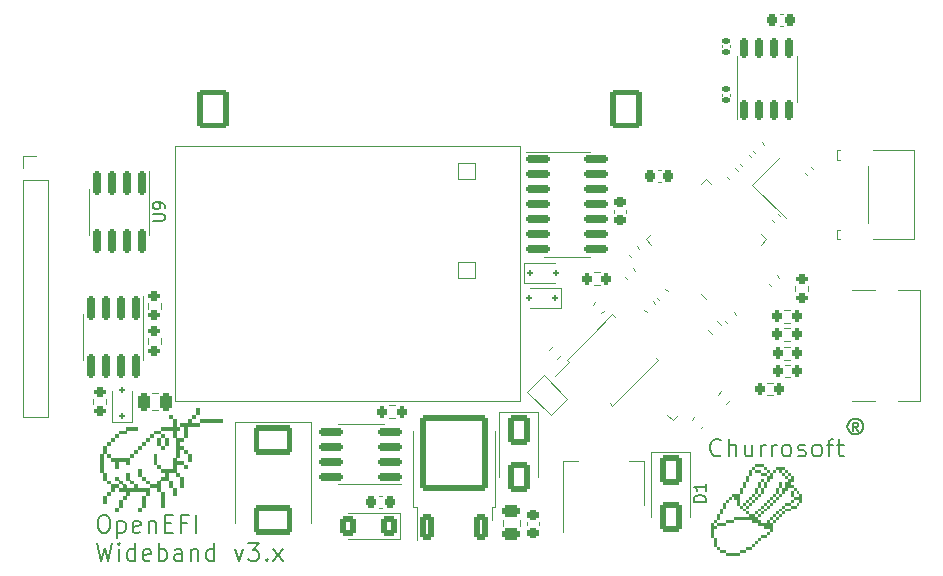
<source format=gbr>
%TF.GenerationSoftware,KiCad,Pcbnew,7.99.0-3804-ge3eab57133-dirty*%
%TF.CreationDate,2023-12-05T15:26:08-03:00*%
%TF.ProjectId,Wideband_v3,57696465-6261-46e6-945f-76332e6b6963,rev?*%
%TF.SameCoordinates,Original*%
%TF.FileFunction,Legend,Top*%
%TF.FilePolarity,Positive*%
%FSLAX46Y46*%
G04 Gerber Fmt 4.6, Leading zero omitted, Abs format (unit mm)*
G04 Created by KiCad (PCBNEW 7.99.0-3804-ge3eab57133-dirty) date 2023-12-05 15:26:08*
%MOMM*%
%LPD*%
G01*
G04 APERTURE LIST*
G04 Aperture macros list*
%AMRoundRect*
0 Rectangle with rounded corners*
0 $1 Rounding radius*
0 $2 $3 $4 $5 $6 $7 $8 $9 X,Y pos of 4 corners*
0 Add a 4 corners polygon primitive as box body*
4,1,4,$2,$3,$4,$5,$6,$7,$8,$9,$2,$3,0*
0 Add four circle primitives for the rounded corners*
1,1,$1+$1,$2,$3*
1,1,$1+$1,$4,$5*
1,1,$1+$1,$6,$7*
1,1,$1+$1,$8,$9*
0 Add four rect primitives between the rounded corners*
20,1,$1+$1,$2,$3,$4,$5,0*
20,1,$1+$1,$4,$5,$6,$7,0*
20,1,$1+$1,$6,$7,$8,$9,0*
20,1,$1+$1,$8,$9,$2,$3,0*%
%AMRotRect*
0 Rectangle, with rotation*
0 The origin of the aperture is its center*
0 $1 length*
0 $2 width*
0 $3 Rotation angle, in degrees counterclockwise*
0 Add horizontal line*
21,1,$1,$2,0,0,$3*%
%AMFreePoly0*
4,1,6,1.000000,0.000000,0.499999,-0.750000,-0.499999,-0.750000,-0.499999,0.750000,0.499999,0.750000,1.000000,0.000000,1.000000,0.000000,$1*%
%AMFreePoly1*
4,1,6,0.499999,-0.750000,-0.649999,-0.750000,-0.150000,0.000000,-0.649999,0.750000,0.499999,0.750000,0.499999,-0.750000,0.499999,-0.750000,$1*%
G04 Aperture macros list end*
%ADD10C,0.200000*%
%ADD11C,0.150000*%
%ADD12C,0.120000*%
%ADD13C,0.000000*%
%ADD14RoundRect,0.200000X0.275000X-0.200000X0.275000X0.200000X-0.275000X0.200000X-0.275000X-0.200000X0*%
%ADD15RoundRect,0.200000X0.200000X0.275000X-0.200000X0.275000X-0.200000X-0.275000X0.200000X-0.275000X0*%
%ADD16RoundRect,0.200000X-0.200000X-0.275000X0.200000X-0.275000X0.200000X0.275000X-0.200000X0.275000X0*%
%ADD17C,0.800000*%
%ADD18C,6.400000*%
%ADD19R,1.350000X1.350000*%
%ADD20O,1.350000X1.350000*%
%ADD21RoundRect,0.250000X-1.400000X-1.000000X1.400000X-1.000000X1.400000X1.000000X-1.400000X1.000000X0*%
%ADD22RoundRect,0.150000X-0.353553X-0.565685X0.565685X0.353553X0.353553X0.565685X-0.565685X-0.353553X0*%
%ADD23C,2.400000*%
%ADD24C,1.700000*%
%ADD25R,1.500000X2.000000*%
%ADD26R,3.800000X2.000000*%
%ADD27R,1.000000X1.000000*%
%ADD28RoundRect,0.140000X0.170000X-0.140000X0.170000X0.140000X-0.170000X0.140000X-0.170000X-0.140000X0*%
%ADD29RoundRect,0.225000X0.335876X0.017678X0.017678X0.335876X-0.335876X-0.017678X-0.017678X-0.335876X0*%
%ADD30RoundRect,0.225000X-0.335876X-0.017678X-0.017678X-0.335876X0.335876X0.017678X0.017678X0.335876X0*%
%ADD31RoundRect,0.250000X0.400000X0.600000X-0.400000X0.600000X-0.400000X-0.600000X0.400000X-0.600000X0*%
%ADD32RoundRect,0.250000X-0.650000X1.000000X-0.650000X-1.000000X0.650000X-1.000000X0.650000X1.000000X0*%
%ADD33RotRect,1.400000X1.200000X315.000000*%
%ADD34RoundRect,0.225000X0.017678X-0.335876X0.335876X-0.017678X-0.017678X0.335876X-0.335876X0.017678X0*%
%ADD35RoundRect,0.225000X-0.225000X-0.250000X0.225000X-0.250000X0.225000X0.250000X-0.225000X0.250000X0*%
%ADD36RoundRect,0.125000X0.125000X0.125000X-0.125000X0.125000X-0.125000X-0.125000X0.125000X-0.125000X0*%
%ADD37FreePoly0,135.000000*%
%ADD38FreePoly1,135.000000*%
%ADD39RoundRect,0.225000X0.250000X-0.225000X0.250000X0.225000X-0.250000X0.225000X-0.250000X-0.225000X0*%
%ADD40C,1.524000*%
%ADD41RoundRect,0.250000X0.250000X0.475000X-0.250000X0.475000X-0.250000X-0.475000X0.250000X-0.475000X0*%
%ADD42RoundRect,0.200000X-0.053033X0.335876X-0.335876X0.053033X0.053033X-0.335876X0.335876X-0.053033X0*%
%ADD43RoundRect,0.200000X-0.335876X-0.053033X-0.053033X-0.335876X0.335876X0.053033X0.053033X0.335876X0*%
%ADD44RoundRect,0.140000X-0.219203X-0.021213X-0.021213X-0.219203X0.219203X0.021213X0.021213X0.219203X0*%
%ADD45RoundRect,0.225000X0.225000X0.250000X-0.225000X0.250000X-0.225000X-0.250000X0.225000X-0.250000X0*%
%ADD46RoundRect,0.150000X-0.825000X-0.150000X0.825000X-0.150000X0.825000X0.150000X-0.825000X0.150000X0*%
%ADD47C,0.650000*%
%ADD48R,1.450000X0.600000*%
%ADD49R,1.450000X0.300000*%
%ADD50O,2.100000X1.000000*%
%ADD51O,1.600000X1.000000*%
%ADD52RoundRect,0.140000X0.219203X0.021213X0.021213X0.219203X-0.219203X-0.021213X-0.021213X-0.219203X0*%
%ADD53RoundRect,0.200000X-0.275000X0.200000X-0.275000X-0.200000X0.275000X-0.200000X0.275000X0.200000X0*%
%ADD54RoundRect,0.140000X-0.170000X0.140000X-0.170000X-0.140000X0.170000X-0.140000X0.170000X0.140000X0*%
%ADD55RoundRect,0.150000X0.825000X0.150000X-0.825000X0.150000X-0.825000X-0.150000X0.825000X-0.150000X0*%
%ADD56C,0.990600*%
%ADD57C,0.787400*%
%ADD58RoundRect,0.150000X0.150000X-0.675000X0.150000X0.675000X-0.150000X0.675000X-0.150000X-0.675000X0*%
%ADD59RoundRect,0.050000X0.309359X-0.238649X-0.238649X0.309359X-0.309359X0.238649X0.238649X-0.309359X0*%
%ADD60RoundRect,0.050000X0.309359X0.238649X0.238649X0.309359X-0.309359X-0.238649X-0.238649X-0.309359X0*%
%ADD61RotRect,3.200000X3.200000X135.000000*%
%ADD62RoundRect,0.150000X-0.150000X0.825000X-0.150000X-0.825000X0.150000X-0.825000X0.150000X0.825000X0*%
%ADD63RoundRect,0.125000X-0.125000X-0.125000X0.125000X-0.125000X0.125000X0.125000X-0.125000X0.125000X0*%
%ADD64RoundRect,0.125000X0.125000X-0.125000X0.125000X0.125000X-0.125000X0.125000X-0.125000X-0.125000X0*%
%ADD65RoundRect,0.250000X0.350000X-0.850000X0.350000X0.850000X-0.350000X0.850000X-0.350000X-0.850000X0*%
%ADD66RoundRect,0.249997X2.650003X-2.950003X2.650003X2.950003X-2.650003X2.950003X-2.650003X-2.950003X0*%
%ADD67RoundRect,0.250000X0.475000X-0.250000X0.475000X0.250000X-0.475000X0.250000X-0.475000X-0.250000X0*%
%ADD68C,3.000000*%
%ADD69RoundRect,0.250001X-1.099999X-1.399999X1.099999X-1.399999X1.099999X1.399999X-1.099999X1.399999X0*%
%ADD70O,2.700000X3.300000*%
G04 APERTURE END LIST*
D10*
X140664863Y-104387371D02*
X140593435Y-104458800D01*
X140593435Y-104458800D02*
X140379149Y-104530228D01*
X140379149Y-104530228D02*
X140236292Y-104530228D01*
X140236292Y-104530228D02*
X140022006Y-104458800D01*
X140022006Y-104458800D02*
X139879149Y-104315942D01*
X139879149Y-104315942D02*
X139807720Y-104173085D01*
X139807720Y-104173085D02*
X139736292Y-103887371D01*
X139736292Y-103887371D02*
X139736292Y-103673085D01*
X139736292Y-103673085D02*
X139807720Y-103387371D01*
X139807720Y-103387371D02*
X139879149Y-103244514D01*
X139879149Y-103244514D02*
X140022006Y-103101657D01*
X140022006Y-103101657D02*
X140236292Y-103030228D01*
X140236292Y-103030228D02*
X140379149Y-103030228D01*
X140379149Y-103030228D02*
X140593435Y-103101657D01*
X140593435Y-103101657D02*
X140664863Y-103173085D01*
X141307720Y-104530228D02*
X141307720Y-103030228D01*
X141950578Y-104530228D02*
X141950578Y-103744514D01*
X141950578Y-103744514D02*
X141879149Y-103601657D01*
X141879149Y-103601657D02*
X141736292Y-103530228D01*
X141736292Y-103530228D02*
X141522006Y-103530228D01*
X141522006Y-103530228D02*
X141379149Y-103601657D01*
X141379149Y-103601657D02*
X141307720Y-103673085D01*
X143307721Y-103530228D02*
X143307721Y-104530228D01*
X142664863Y-103530228D02*
X142664863Y-104315942D01*
X142664863Y-104315942D02*
X142736292Y-104458800D01*
X142736292Y-104458800D02*
X142879149Y-104530228D01*
X142879149Y-104530228D02*
X143093435Y-104530228D01*
X143093435Y-104530228D02*
X143236292Y-104458800D01*
X143236292Y-104458800D02*
X143307721Y-104387371D01*
X144022006Y-104530228D02*
X144022006Y-103530228D01*
X144022006Y-103815942D02*
X144093435Y-103673085D01*
X144093435Y-103673085D02*
X144164864Y-103601657D01*
X144164864Y-103601657D02*
X144307721Y-103530228D01*
X144307721Y-103530228D02*
X144450578Y-103530228D01*
X144950577Y-104530228D02*
X144950577Y-103530228D01*
X144950577Y-103815942D02*
X145022006Y-103673085D01*
X145022006Y-103673085D02*
X145093435Y-103601657D01*
X145093435Y-103601657D02*
X145236292Y-103530228D01*
X145236292Y-103530228D02*
X145379149Y-103530228D01*
X146093434Y-104530228D02*
X145950577Y-104458800D01*
X145950577Y-104458800D02*
X145879148Y-104387371D01*
X145879148Y-104387371D02*
X145807720Y-104244514D01*
X145807720Y-104244514D02*
X145807720Y-103815942D01*
X145807720Y-103815942D02*
X145879148Y-103673085D01*
X145879148Y-103673085D02*
X145950577Y-103601657D01*
X145950577Y-103601657D02*
X146093434Y-103530228D01*
X146093434Y-103530228D02*
X146307720Y-103530228D01*
X146307720Y-103530228D02*
X146450577Y-103601657D01*
X146450577Y-103601657D02*
X146522006Y-103673085D01*
X146522006Y-103673085D02*
X146593434Y-103815942D01*
X146593434Y-103815942D02*
X146593434Y-104244514D01*
X146593434Y-104244514D02*
X146522006Y-104387371D01*
X146522006Y-104387371D02*
X146450577Y-104458800D01*
X146450577Y-104458800D02*
X146307720Y-104530228D01*
X146307720Y-104530228D02*
X146093434Y-104530228D01*
X147164863Y-104458800D02*
X147307720Y-104530228D01*
X147307720Y-104530228D02*
X147593434Y-104530228D01*
X147593434Y-104530228D02*
X147736291Y-104458800D01*
X147736291Y-104458800D02*
X147807720Y-104315942D01*
X147807720Y-104315942D02*
X147807720Y-104244514D01*
X147807720Y-104244514D02*
X147736291Y-104101657D01*
X147736291Y-104101657D02*
X147593434Y-104030228D01*
X147593434Y-104030228D02*
X147379149Y-104030228D01*
X147379149Y-104030228D02*
X147236291Y-103958800D01*
X147236291Y-103958800D02*
X147164863Y-103815942D01*
X147164863Y-103815942D02*
X147164863Y-103744514D01*
X147164863Y-103744514D02*
X147236291Y-103601657D01*
X147236291Y-103601657D02*
X147379149Y-103530228D01*
X147379149Y-103530228D02*
X147593434Y-103530228D01*
X147593434Y-103530228D02*
X147736291Y-103601657D01*
X148664863Y-104530228D02*
X148522006Y-104458800D01*
X148522006Y-104458800D02*
X148450577Y-104387371D01*
X148450577Y-104387371D02*
X148379149Y-104244514D01*
X148379149Y-104244514D02*
X148379149Y-103815942D01*
X148379149Y-103815942D02*
X148450577Y-103673085D01*
X148450577Y-103673085D02*
X148522006Y-103601657D01*
X148522006Y-103601657D02*
X148664863Y-103530228D01*
X148664863Y-103530228D02*
X148879149Y-103530228D01*
X148879149Y-103530228D02*
X149022006Y-103601657D01*
X149022006Y-103601657D02*
X149093435Y-103673085D01*
X149093435Y-103673085D02*
X149164863Y-103815942D01*
X149164863Y-103815942D02*
X149164863Y-104244514D01*
X149164863Y-104244514D02*
X149093435Y-104387371D01*
X149093435Y-104387371D02*
X149022006Y-104458800D01*
X149022006Y-104458800D02*
X148879149Y-104530228D01*
X148879149Y-104530228D02*
X148664863Y-104530228D01*
X149593435Y-103530228D02*
X150164863Y-103530228D01*
X149807720Y-104530228D02*
X149807720Y-103244514D01*
X149807720Y-103244514D02*
X149879149Y-103101657D01*
X149879149Y-103101657D02*
X150022006Y-103030228D01*
X150022006Y-103030228D02*
X150164863Y-103030228D01*
X150450578Y-103530228D02*
X151022006Y-103530228D01*
X150664863Y-103030228D02*
X150664863Y-104315942D01*
X150664863Y-104315942D02*
X150736292Y-104458800D01*
X150736292Y-104458800D02*
X150879149Y-104530228D01*
X150879149Y-104530228D02*
X151022006Y-104530228D01*
D11*
X152247722Y-102342961D02*
X152009626Y-102057247D01*
X151819150Y-102342961D02*
X151819150Y-101676295D01*
X151819150Y-101676295D02*
X152104864Y-101676295D01*
X152104864Y-101676295D02*
X152200103Y-101723914D01*
X152200103Y-101723914D02*
X152247722Y-101819152D01*
X152247722Y-101819152D02*
X152247722Y-101914390D01*
X152247722Y-101914390D02*
X152200103Y-102009628D01*
X152200103Y-102009628D02*
X152104864Y-102057247D01*
X152104864Y-102057247D02*
X151819150Y-102057247D01*
X152009626Y-101342961D02*
X151771531Y-101390580D01*
X151771531Y-101390580D02*
X151533436Y-101533438D01*
X151533436Y-101533438D02*
X151390579Y-101771533D01*
X151390579Y-101771533D02*
X151342960Y-102009628D01*
X151342960Y-102009628D02*
X151390579Y-102247723D01*
X151390579Y-102247723D02*
X151533436Y-102485819D01*
X151533436Y-102485819D02*
X151771531Y-102628676D01*
X151771531Y-102628676D02*
X152009626Y-102676295D01*
X152009626Y-102676295D02*
X152247722Y-102628676D01*
X152247722Y-102628676D02*
X152485817Y-102485819D01*
X152485817Y-102485819D02*
X152628674Y-102247723D01*
X152628674Y-102247723D02*
X152676293Y-102009628D01*
X152676293Y-102009628D02*
X152628674Y-101771533D01*
X152628674Y-101771533D02*
X152485817Y-101533438D01*
X152485817Y-101533438D02*
X152247722Y-101390580D01*
X152247722Y-101390580D02*
X152009626Y-101342961D01*
D10*
X88252035Y-109479912D02*
X88537749Y-109479912D01*
X88537749Y-109479912D02*
X88680606Y-109551341D01*
X88680606Y-109551341D02*
X88823463Y-109694198D01*
X88823463Y-109694198D02*
X88894892Y-109979912D01*
X88894892Y-109979912D02*
X88894892Y-110479912D01*
X88894892Y-110479912D02*
X88823463Y-110765626D01*
X88823463Y-110765626D02*
X88680606Y-110908484D01*
X88680606Y-110908484D02*
X88537749Y-110979912D01*
X88537749Y-110979912D02*
X88252035Y-110979912D01*
X88252035Y-110979912D02*
X88109178Y-110908484D01*
X88109178Y-110908484D02*
X87966320Y-110765626D01*
X87966320Y-110765626D02*
X87894892Y-110479912D01*
X87894892Y-110479912D02*
X87894892Y-109979912D01*
X87894892Y-109979912D02*
X87966320Y-109694198D01*
X87966320Y-109694198D02*
X88109178Y-109551341D01*
X88109178Y-109551341D02*
X88252035Y-109479912D01*
X89537749Y-109979912D02*
X89537749Y-111479912D01*
X89537749Y-110051341D02*
X89680607Y-109979912D01*
X89680607Y-109979912D02*
X89966321Y-109979912D01*
X89966321Y-109979912D02*
X90109178Y-110051341D01*
X90109178Y-110051341D02*
X90180607Y-110122769D01*
X90180607Y-110122769D02*
X90252035Y-110265626D01*
X90252035Y-110265626D02*
X90252035Y-110694198D01*
X90252035Y-110694198D02*
X90180607Y-110837055D01*
X90180607Y-110837055D02*
X90109178Y-110908484D01*
X90109178Y-110908484D02*
X89966321Y-110979912D01*
X89966321Y-110979912D02*
X89680607Y-110979912D01*
X89680607Y-110979912D02*
X89537749Y-110908484D01*
X91466321Y-110908484D02*
X91323464Y-110979912D01*
X91323464Y-110979912D02*
X91037750Y-110979912D01*
X91037750Y-110979912D02*
X90894892Y-110908484D01*
X90894892Y-110908484D02*
X90823464Y-110765626D01*
X90823464Y-110765626D02*
X90823464Y-110194198D01*
X90823464Y-110194198D02*
X90894892Y-110051341D01*
X90894892Y-110051341D02*
X91037750Y-109979912D01*
X91037750Y-109979912D02*
X91323464Y-109979912D01*
X91323464Y-109979912D02*
X91466321Y-110051341D01*
X91466321Y-110051341D02*
X91537750Y-110194198D01*
X91537750Y-110194198D02*
X91537750Y-110337055D01*
X91537750Y-110337055D02*
X90823464Y-110479912D01*
X92180606Y-109979912D02*
X92180606Y-110979912D01*
X92180606Y-110122769D02*
X92252035Y-110051341D01*
X92252035Y-110051341D02*
X92394892Y-109979912D01*
X92394892Y-109979912D02*
X92609178Y-109979912D01*
X92609178Y-109979912D02*
X92752035Y-110051341D01*
X92752035Y-110051341D02*
X92823464Y-110194198D01*
X92823464Y-110194198D02*
X92823464Y-110979912D01*
X93537749Y-110194198D02*
X94037749Y-110194198D01*
X94252035Y-110979912D02*
X93537749Y-110979912D01*
X93537749Y-110979912D02*
X93537749Y-109479912D01*
X93537749Y-109479912D02*
X94252035Y-109479912D01*
X95394892Y-110194198D02*
X94894892Y-110194198D01*
X94894892Y-110979912D02*
X94894892Y-109479912D01*
X94894892Y-109479912D02*
X95609178Y-109479912D01*
X96180606Y-110979912D02*
X96180606Y-109479912D01*
X87823463Y-111894828D02*
X88180606Y-113394828D01*
X88180606Y-113394828D02*
X88466320Y-112323400D01*
X88466320Y-112323400D02*
X88752035Y-113394828D01*
X88752035Y-113394828D02*
X89109178Y-111894828D01*
X89680606Y-113394828D02*
X89680606Y-112394828D01*
X89680606Y-111894828D02*
X89609178Y-111966257D01*
X89609178Y-111966257D02*
X89680606Y-112037685D01*
X89680606Y-112037685D02*
X89752035Y-111966257D01*
X89752035Y-111966257D02*
X89680606Y-111894828D01*
X89680606Y-111894828D02*
X89680606Y-112037685D01*
X91037750Y-113394828D02*
X91037750Y-111894828D01*
X91037750Y-113323400D02*
X90894892Y-113394828D01*
X90894892Y-113394828D02*
X90609178Y-113394828D01*
X90609178Y-113394828D02*
X90466321Y-113323400D01*
X90466321Y-113323400D02*
X90394892Y-113251971D01*
X90394892Y-113251971D02*
X90323464Y-113109114D01*
X90323464Y-113109114D02*
X90323464Y-112680542D01*
X90323464Y-112680542D02*
X90394892Y-112537685D01*
X90394892Y-112537685D02*
X90466321Y-112466257D01*
X90466321Y-112466257D02*
X90609178Y-112394828D01*
X90609178Y-112394828D02*
X90894892Y-112394828D01*
X90894892Y-112394828D02*
X91037750Y-112466257D01*
X92323464Y-113323400D02*
X92180607Y-113394828D01*
X92180607Y-113394828D02*
X91894893Y-113394828D01*
X91894893Y-113394828D02*
X91752035Y-113323400D01*
X91752035Y-113323400D02*
X91680607Y-113180542D01*
X91680607Y-113180542D02*
X91680607Y-112609114D01*
X91680607Y-112609114D02*
X91752035Y-112466257D01*
X91752035Y-112466257D02*
X91894893Y-112394828D01*
X91894893Y-112394828D02*
X92180607Y-112394828D01*
X92180607Y-112394828D02*
X92323464Y-112466257D01*
X92323464Y-112466257D02*
X92394893Y-112609114D01*
X92394893Y-112609114D02*
X92394893Y-112751971D01*
X92394893Y-112751971D02*
X91680607Y-112894828D01*
X93037749Y-113394828D02*
X93037749Y-111894828D01*
X93037749Y-112466257D02*
X93180607Y-112394828D01*
X93180607Y-112394828D02*
X93466321Y-112394828D01*
X93466321Y-112394828D02*
X93609178Y-112466257D01*
X93609178Y-112466257D02*
X93680607Y-112537685D01*
X93680607Y-112537685D02*
X93752035Y-112680542D01*
X93752035Y-112680542D02*
X93752035Y-113109114D01*
X93752035Y-113109114D02*
X93680607Y-113251971D01*
X93680607Y-113251971D02*
X93609178Y-113323400D01*
X93609178Y-113323400D02*
X93466321Y-113394828D01*
X93466321Y-113394828D02*
X93180607Y-113394828D01*
X93180607Y-113394828D02*
X93037749Y-113323400D01*
X95037750Y-113394828D02*
X95037750Y-112609114D01*
X95037750Y-112609114D02*
X94966321Y-112466257D01*
X94966321Y-112466257D02*
X94823464Y-112394828D01*
X94823464Y-112394828D02*
X94537750Y-112394828D01*
X94537750Y-112394828D02*
X94394892Y-112466257D01*
X95037750Y-113323400D02*
X94894892Y-113394828D01*
X94894892Y-113394828D02*
X94537750Y-113394828D01*
X94537750Y-113394828D02*
X94394892Y-113323400D01*
X94394892Y-113323400D02*
X94323464Y-113180542D01*
X94323464Y-113180542D02*
X94323464Y-113037685D01*
X94323464Y-113037685D02*
X94394892Y-112894828D01*
X94394892Y-112894828D02*
X94537750Y-112823400D01*
X94537750Y-112823400D02*
X94894892Y-112823400D01*
X94894892Y-112823400D02*
X95037750Y-112751971D01*
X95752035Y-112394828D02*
X95752035Y-113394828D01*
X95752035Y-112537685D02*
X95823464Y-112466257D01*
X95823464Y-112466257D02*
X95966321Y-112394828D01*
X95966321Y-112394828D02*
X96180607Y-112394828D01*
X96180607Y-112394828D02*
X96323464Y-112466257D01*
X96323464Y-112466257D02*
X96394893Y-112609114D01*
X96394893Y-112609114D02*
X96394893Y-113394828D01*
X97752036Y-113394828D02*
X97752036Y-111894828D01*
X97752036Y-113323400D02*
X97609178Y-113394828D01*
X97609178Y-113394828D02*
X97323464Y-113394828D01*
X97323464Y-113394828D02*
X97180607Y-113323400D01*
X97180607Y-113323400D02*
X97109178Y-113251971D01*
X97109178Y-113251971D02*
X97037750Y-113109114D01*
X97037750Y-113109114D02*
X97037750Y-112680542D01*
X97037750Y-112680542D02*
X97109178Y-112537685D01*
X97109178Y-112537685D02*
X97180607Y-112466257D01*
X97180607Y-112466257D02*
X97323464Y-112394828D01*
X97323464Y-112394828D02*
X97609178Y-112394828D01*
X97609178Y-112394828D02*
X97752036Y-112466257D01*
X99466321Y-112394828D02*
X99823464Y-113394828D01*
X99823464Y-113394828D02*
X100180607Y-112394828D01*
X100609178Y-111894828D02*
X101537750Y-111894828D01*
X101537750Y-111894828D02*
X101037750Y-112466257D01*
X101037750Y-112466257D02*
X101252035Y-112466257D01*
X101252035Y-112466257D02*
X101394893Y-112537685D01*
X101394893Y-112537685D02*
X101466321Y-112609114D01*
X101466321Y-112609114D02*
X101537750Y-112751971D01*
X101537750Y-112751971D02*
X101537750Y-113109114D01*
X101537750Y-113109114D02*
X101466321Y-113251971D01*
X101466321Y-113251971D02*
X101394893Y-113323400D01*
X101394893Y-113323400D02*
X101252035Y-113394828D01*
X101252035Y-113394828D02*
X100823464Y-113394828D01*
X100823464Y-113394828D02*
X100680607Y-113323400D01*
X100680607Y-113323400D02*
X100609178Y-113251971D01*
X102180606Y-113251971D02*
X102252035Y-113323400D01*
X102252035Y-113323400D02*
X102180606Y-113394828D01*
X102180606Y-113394828D02*
X102109178Y-113323400D01*
X102109178Y-113323400D02*
X102180606Y-113251971D01*
X102180606Y-113251971D02*
X102180606Y-113394828D01*
X102752035Y-113394828D02*
X103537750Y-112394828D01*
X102752035Y-112394828D02*
X103537750Y-113394828D01*
D11*
X139352819Y-108383294D02*
X138352819Y-108383294D01*
X138352819Y-108383294D02*
X138352819Y-108145199D01*
X138352819Y-108145199D02*
X138400438Y-108002342D01*
X138400438Y-108002342D02*
X138495676Y-107907104D01*
X138495676Y-107907104D02*
X138590914Y-107859485D01*
X138590914Y-107859485D02*
X138781390Y-107811866D01*
X138781390Y-107811866D02*
X138924247Y-107811866D01*
X138924247Y-107811866D02*
X139114723Y-107859485D01*
X139114723Y-107859485D02*
X139209961Y-107907104D01*
X139209961Y-107907104D02*
X139305200Y-108002342D01*
X139305200Y-108002342D02*
X139352819Y-108145199D01*
X139352819Y-108145199D02*
X139352819Y-108383294D01*
X139352819Y-106859485D02*
X139352819Y-107430913D01*
X139352819Y-107145199D02*
X138352819Y-107145199D01*
X138352819Y-107145199D02*
X138495676Y-107240437D01*
X138495676Y-107240437D02*
X138590914Y-107335675D01*
X138590914Y-107335675D02*
X138638533Y-107430913D01*
X92542219Y-84581904D02*
X93351742Y-84581904D01*
X93351742Y-84581904D02*
X93446980Y-84534285D01*
X93446980Y-84534285D02*
X93494600Y-84486666D01*
X93494600Y-84486666D02*
X93542219Y-84391428D01*
X93542219Y-84391428D02*
X93542219Y-84200952D01*
X93542219Y-84200952D02*
X93494600Y-84105714D01*
X93494600Y-84105714D02*
X93446980Y-84058095D01*
X93446980Y-84058095D02*
X93351742Y-84010476D01*
X93351742Y-84010476D02*
X92542219Y-84010476D01*
X93542219Y-83486666D02*
X93542219Y-83296190D01*
X93542219Y-83296190D02*
X93494600Y-83200952D01*
X93494600Y-83200952D02*
X93446980Y-83153333D01*
X93446980Y-83153333D02*
X93304123Y-83058095D01*
X93304123Y-83058095D02*
X93113647Y-83010476D01*
X93113647Y-83010476D02*
X92732695Y-83010476D01*
X92732695Y-83010476D02*
X92637457Y-83058095D01*
X92637457Y-83058095D02*
X92589838Y-83105714D01*
X92589838Y-83105714D02*
X92542219Y-83200952D01*
X92542219Y-83200952D02*
X92542219Y-83391428D01*
X92542219Y-83391428D02*
X92589838Y-83486666D01*
X92589838Y-83486666D02*
X92637457Y-83534285D01*
X92637457Y-83534285D02*
X92732695Y-83581904D01*
X92732695Y-83581904D02*
X92970790Y-83581904D01*
X92970790Y-83581904D02*
X93066028Y-83534285D01*
X93066028Y-83534285D02*
X93113647Y-83486666D01*
X93113647Y-83486666D02*
X93161266Y-83391428D01*
X93161266Y-83391428D02*
X93161266Y-83200952D01*
X93161266Y-83200952D02*
X93113647Y-83105714D01*
X93113647Y-83105714D02*
X93066028Y-83058095D01*
X93066028Y-83058095D02*
X92970790Y-83010476D01*
D12*
%TO.C,R13*%
X147994900Y-90562858D02*
X147994900Y-90088342D01*
X146949900Y-90562858D02*
X146949900Y-90088342D01*
%TO.C,R12*%
X146459658Y-92153100D02*
X145985142Y-92153100D01*
X146459658Y-93198100D02*
X145985142Y-93198100D01*
%TO.C,R11*%
X146509658Y-96803100D02*
X146035142Y-96803100D01*
X146509658Y-97848100D02*
X146035142Y-97848100D01*
%TO.C,R10*%
X145009658Y-98303100D02*
X144535142Y-98303100D01*
X145009658Y-99348100D02*
X144535142Y-99348100D01*
%TO.C,R9*%
X129885142Y-89998100D02*
X130359658Y-89998100D01*
X129885142Y-88953100D02*
X130359658Y-88953100D01*
%TO.C,R8*%
X93194900Y-92012858D02*
X93194900Y-91538342D01*
X92149900Y-92012858D02*
X92149900Y-91538342D01*
%TO.C,R7*%
X93194900Y-95012858D02*
X93194900Y-94538342D01*
X92149900Y-95012858D02*
X92149900Y-94538342D01*
%TO.C,J1*%
X81562400Y-79065600D02*
X82622400Y-79065600D01*
X81562400Y-80125600D02*
X81562400Y-79065600D01*
X81562400Y-81125600D02*
X81562400Y-101185600D01*
X81562400Y-81125600D02*
X83682400Y-81125600D01*
X81562400Y-101185600D02*
X83682400Y-101185600D01*
X83682400Y-81125600D02*
X83682400Y-101185600D01*
%TO.C,D10*%
X99467600Y-101617600D02*
X99467600Y-110127599D01*
X99467600Y-101617600D02*
X105967600Y-101617600D01*
X105967600Y-101617600D02*
X105967600Y-110127599D01*
%TO.C,U2*%
X127591268Y-96367600D02*
X127775116Y-96551448D01*
X127775116Y-96551448D02*
X126590712Y-97735852D01*
X129518134Y-94440734D02*
X127591268Y-96367600D01*
X129518134Y-94440734D02*
X131445000Y-92513868D01*
X131445000Y-92513868D02*
X131628848Y-92697716D01*
X131445000Y-100221332D02*
X131261152Y-100037484D01*
X133371866Y-98294466D02*
X131445000Y-100221332D01*
X133371866Y-98294466D02*
X135298732Y-96367600D01*
X135298732Y-96367600D02*
X135114884Y-96183752D01*
%TO.C,SW3*%
X150502400Y-79395600D02*
X150502400Y-78605600D01*
X150502400Y-79395600D02*
X150752400Y-79395600D01*
X150502400Y-86145600D02*
X150502401Y-85355600D01*
X150502401Y-85355600D02*
X150752400Y-85355600D01*
X150702400Y-78605600D02*
X150502400Y-78605600D01*
X150702400Y-86145600D02*
X150502400Y-86145600D01*
X153052400Y-79985600D02*
X153052400Y-84765600D01*
X153542400Y-86145600D02*
X156992400Y-86145600D01*
X156992400Y-78605600D02*
X153542400Y-78605600D01*
X156992400Y-86145600D02*
X156992400Y-78605600D01*
%TO.C,U8*%
X127298400Y-104922400D02*
X128558399Y-104922400D01*
X127298400Y-110932400D02*
X127298400Y-104922400D01*
X134118400Y-104922400D02*
X132858401Y-104922400D01*
X134118401Y-108682400D02*
X134118400Y-104922400D01*
%TO.C,TP4*%
X118375200Y-88047600D02*
X119775200Y-88047600D01*
X118375200Y-89447600D02*
X118375200Y-88047600D01*
X119775200Y-88047600D02*
X119775200Y-89447600D01*
X119775200Y-89447600D02*
X118375200Y-89447600D01*
%TO.C,C1*%
X140711600Y-69907036D02*
X140711600Y-69691364D01*
X141431600Y-69907036D02*
X141431600Y-69691364D01*
D13*
%TO.C,G\u002A\u002A\u002A*%
G36*
X91618133Y-105936004D02*
G01*
X91618133Y-106258974D01*
X91451439Y-106258974D01*
X91284745Y-106258974D01*
X91284745Y-105936004D01*
X91284745Y-105613034D01*
X91451439Y-105613034D01*
X91618133Y-105613034D01*
X91618133Y-105936004D01*
G37*
G36*
X94556115Y-107561270D02*
G01*
X94556115Y-107884240D01*
X94389421Y-107884240D01*
X94222727Y-107884240D01*
X94222727Y-107561270D01*
X94222727Y-107238301D01*
X94389421Y-107238301D01*
X94556115Y-107238301D01*
X94556115Y-107561270D01*
G37*
G36*
X95202054Y-106748637D02*
G01*
X95202054Y-107238301D01*
X95035360Y-107238301D01*
X94868666Y-107238301D01*
X94868666Y-106748637D01*
X94868666Y-106258974D01*
X95035360Y-106258974D01*
X95202054Y-106258974D01*
X95202054Y-106748637D01*
G37*
G36*
X95531110Y-105441131D02*
G01*
X95525024Y-105602616D01*
X95363539Y-105608702D01*
X95202054Y-105614787D01*
X95202054Y-105447217D01*
X95202054Y-105279646D01*
X95369625Y-105279646D01*
X95537195Y-105279646D01*
X95531110Y-105441131D01*
G37*
G36*
X91951521Y-106415249D02*
G01*
X91951521Y-106571525D01*
X92107797Y-106571525D01*
X92264072Y-106571525D01*
X92264072Y-106738219D01*
X92264072Y-106904913D01*
X92097378Y-106904913D01*
X91930684Y-106904913D01*
X91930684Y-106748637D01*
X91930684Y-106592362D01*
X91774409Y-106592362D01*
X91618133Y-106592362D01*
X91618133Y-106425668D01*
X91618133Y-106258974D01*
X91784827Y-106258974D01*
X91951521Y-106258974D01*
X91951521Y-106415249D01*
G37*
G36*
X92758945Y-104304652D02*
G01*
X92920430Y-104310737D01*
X92926023Y-104795192D01*
X92931617Y-105279646D01*
X93087508Y-105279646D01*
X93243400Y-105279646D01*
X93243400Y-105446340D01*
X93243400Y-105613034D01*
X93076706Y-105613034D01*
X92910012Y-105613034D01*
X92910012Y-105446340D01*
X92910012Y-105279646D01*
X92753736Y-105279646D01*
X92597461Y-105279646D01*
X92597461Y-104789106D01*
X92597461Y-104298566D01*
X92758945Y-104304652D01*
G37*
G36*
X89659479Y-107072483D02*
G01*
X89659479Y-107238301D01*
X89504079Y-107238301D01*
X89348680Y-107238301D01*
X89342595Y-107399786D01*
X89336509Y-107561270D01*
X89175024Y-107567356D01*
X89013539Y-107573442D01*
X89013539Y-107728841D01*
X89013539Y-107884240D01*
X88846845Y-107884240D01*
X88680151Y-107884240D01*
X88680151Y-108218505D01*
X88680151Y-108552769D01*
X88518666Y-108546683D01*
X88357182Y-108540598D01*
X88351443Y-108212419D01*
X88345705Y-107884240D01*
X88512928Y-107884240D01*
X88680151Y-107884240D01*
X88680151Y-107717546D01*
X88680151Y-107550852D01*
X88846845Y-107550852D01*
X89013539Y-107550852D01*
X89013539Y-107227882D01*
X89013539Y-106904913D01*
X89336509Y-106904913D01*
X89659479Y-106904913D01*
X89659479Y-107072483D01*
G37*
G36*
X93576788Y-102841746D02*
G01*
X93576788Y-103008440D01*
X93733063Y-103008440D01*
X93889339Y-103008440D01*
X93889339Y-103331410D01*
X93889339Y-103654380D01*
X93733063Y-103654380D01*
X93576788Y-103654380D01*
X93576788Y-103821074D01*
X93576788Y-103987768D01*
X93410094Y-103987768D01*
X93243400Y-103987768D01*
X93243400Y-103821074D01*
X93243400Y-103654380D01*
X93076706Y-103654380D01*
X92910012Y-103654380D01*
X92910012Y-103331410D01*
X92910012Y-103008440D01*
X93076706Y-103008440D01*
X93243400Y-103008440D01*
X93243400Y-103331410D01*
X93243400Y-103654380D01*
X93399675Y-103654380D01*
X93555951Y-103654380D01*
X93555951Y-103331410D01*
X93555951Y-103008440D01*
X93399675Y-103008440D01*
X93243400Y-103008440D01*
X93243400Y-102841746D01*
X93243400Y-102675052D01*
X93410094Y-102675052D01*
X93576788Y-102675052D01*
X93576788Y-102841746D01*
G37*
G36*
X91284745Y-102195807D02*
G01*
X91284745Y-102362501D01*
X90805500Y-102362501D01*
X90326255Y-102362501D01*
X90326255Y-102518777D01*
X90326255Y-102675052D01*
X89992867Y-102675052D01*
X89659479Y-102675052D01*
X89659479Y-102841746D01*
X89659479Y-103008440D01*
X89504079Y-103008440D01*
X89348680Y-103008440D01*
X89342595Y-103169925D01*
X89336509Y-103331410D01*
X89175024Y-103337496D01*
X89013539Y-103343581D01*
X89013539Y-103498980D01*
X89013539Y-103654380D01*
X88846845Y-103654380D01*
X88680151Y-103654380D01*
X88680151Y-103977349D01*
X88680151Y-104300319D01*
X88523876Y-104300319D01*
X88367600Y-104300319D01*
X88367600Y-105112952D01*
X88367600Y-105925585D01*
X88523876Y-105925585D01*
X88680151Y-105925585D01*
X88680151Y-106248555D01*
X88680151Y-106571525D01*
X88846845Y-106571525D01*
X89013539Y-106571525D01*
X89013539Y-106738219D01*
X89013539Y-106904913D01*
X88846845Y-106904913D01*
X88680151Y-106904913D01*
X88680151Y-106749514D01*
X88680151Y-106594115D01*
X88518666Y-106588029D01*
X88357182Y-106581943D01*
X88351430Y-106264183D01*
X88345678Y-105946422D01*
X88189945Y-105946422D01*
X88034212Y-105946422D01*
X88034212Y-105123371D01*
X88034212Y-104300319D01*
X88190488Y-104300319D01*
X88346763Y-104300319D01*
X88346763Y-103977349D01*
X88346763Y-103654380D01*
X88513457Y-103654380D01*
X88680151Y-103654380D01*
X88680151Y-103487686D01*
X88680151Y-103320992D01*
X88846845Y-103320992D01*
X89013539Y-103320992D01*
X89013539Y-103164716D01*
X89013539Y-103008440D01*
X89169815Y-103008440D01*
X89326091Y-103008440D01*
X89326091Y-102841746D01*
X89326091Y-102675052D01*
X89492785Y-102675052D01*
X89659479Y-102675052D01*
X89659479Y-102508358D01*
X89659479Y-102341664D01*
X89982448Y-102341664D01*
X90305418Y-102341664D01*
X90305418Y-102185389D01*
X90305418Y-102029113D01*
X90795082Y-102029113D01*
X91284745Y-102029113D01*
X91284745Y-102195807D01*
G37*
G36*
X90638806Y-106247679D02*
G01*
X90638806Y-106569772D01*
X90800291Y-106575857D01*
X90961776Y-106581943D01*
X90967861Y-106743428D01*
X90973947Y-106904913D01*
X91128470Y-106904913D01*
X91282992Y-106904913D01*
X91289078Y-107066398D01*
X91295164Y-107227882D01*
X91779618Y-107233476D01*
X92264072Y-107239069D01*
X92264072Y-107561270D01*
X92264072Y-107884240D01*
X92107797Y-107884240D01*
X91951521Y-107884240D01*
X91951521Y-108373904D01*
X91951521Y-108863567D01*
X91784827Y-108863567D01*
X91618133Y-108863567D01*
X91618133Y-109030261D01*
X91618133Y-109196955D01*
X91451439Y-109196955D01*
X91284745Y-109196955D01*
X91284745Y-109030261D01*
X91284745Y-108863567D01*
X91451439Y-108863567D01*
X91618133Y-108863567D01*
X91618133Y-108373904D01*
X91618133Y-107884240D01*
X91774409Y-107884240D01*
X91930684Y-107884240D01*
X91930684Y-107727964D01*
X91930684Y-107571689D01*
X91284745Y-107571689D01*
X90638806Y-107571689D01*
X90638806Y-107727964D01*
X90638806Y-107884240D01*
X90483407Y-107884240D01*
X90328008Y-107884240D01*
X90321922Y-108045725D01*
X90315836Y-108207210D01*
X90154351Y-108213295D01*
X89992867Y-108219381D01*
X89992867Y-108541474D01*
X89992867Y-108863567D01*
X89826173Y-108863567D01*
X89659479Y-108863567D01*
X89659479Y-109030261D01*
X89659479Y-109196955D01*
X89492785Y-109196955D01*
X89326091Y-109196955D01*
X89326091Y-109030261D01*
X89326091Y-108863567D01*
X89492785Y-108863567D01*
X89659479Y-108863567D01*
X89659479Y-108541474D01*
X89659479Y-108219381D01*
X89820963Y-108213295D01*
X89982448Y-108207210D01*
X89988534Y-108045725D01*
X89994620Y-107884240D01*
X90150019Y-107884240D01*
X90305418Y-107884240D01*
X90305418Y-107727964D01*
X90305418Y-107571689D01*
X89982448Y-107571689D01*
X89659479Y-107571689D01*
X89659479Y-107404995D01*
X89659479Y-107240054D01*
X89820963Y-107233968D01*
X89982448Y-107227882D01*
X89982448Y-107071607D01*
X89982448Y-106915331D01*
X89820963Y-106909246D01*
X89659479Y-106903160D01*
X89659479Y-106747761D01*
X89659479Y-106592362D01*
X89492785Y-106592362D01*
X89326091Y-106592362D01*
X89326091Y-106425668D01*
X89326091Y-106258974D01*
X89492785Y-106258974D01*
X89659479Y-106258974D01*
X89659479Y-106414373D01*
X89659479Y-106569772D01*
X89820963Y-106575857D01*
X89982448Y-106581943D01*
X89988518Y-106742567D01*
X89994589Y-106903191D01*
X90155212Y-106909261D01*
X90315836Y-106915331D01*
X90321922Y-107076816D01*
X90328008Y-107238301D01*
X90639682Y-107238301D01*
X90951357Y-107238301D01*
X90951357Y-107071607D01*
X90951357Y-106904913D01*
X90795082Y-106904913D01*
X90638806Y-106904913D01*
X90638806Y-106748637D01*
X90638806Y-106592362D01*
X90472112Y-106592362D01*
X90305418Y-106592362D01*
X90305418Y-106258974D01*
X90305418Y-105925585D01*
X90472112Y-105925585D01*
X90638806Y-105925585D01*
X90638806Y-106247679D01*
G37*
G36*
X96493933Y-100726816D02*
G01*
X96493933Y-101049786D01*
X96337657Y-101049786D01*
X96181382Y-101049786D01*
X96181382Y-101216480D01*
X96181382Y-101383174D01*
X96014688Y-101383174D01*
X95847994Y-101383174D01*
X95847994Y-101539449D01*
X95847994Y-101695725D01*
X96170087Y-101695725D01*
X96492180Y-101695725D01*
X96498266Y-101534240D01*
X96504351Y-101372755D01*
X97478470Y-101367340D01*
X98452588Y-101361925D01*
X98452588Y-101528619D01*
X98452588Y-101695313D01*
X97478470Y-101700728D01*
X96504351Y-101706143D01*
X96498266Y-101867628D01*
X96492180Y-102029113D01*
X96014195Y-102029113D01*
X95536211Y-102029113D01*
X95530617Y-102513567D01*
X95525024Y-102998022D01*
X95364400Y-103004092D01*
X95203776Y-103010162D01*
X95197706Y-103170786D01*
X95191636Y-103331410D01*
X95030151Y-103337496D01*
X94868666Y-103343581D01*
X94868666Y-103498980D01*
X94868666Y-103654380D01*
X95035360Y-103654380D01*
X95202054Y-103654380D01*
X95202054Y-103809779D01*
X95202054Y-103965178D01*
X95363539Y-103971264D01*
X95525024Y-103977349D01*
X95531110Y-104138834D01*
X95537195Y-104300319D01*
X95692595Y-104300319D01*
X95847994Y-104300319D01*
X95847994Y-104633707D01*
X95847994Y-104967095D01*
X95681300Y-104967095D01*
X95514606Y-104967095D01*
X95514606Y-104633707D01*
X95514606Y-104300319D01*
X95358330Y-104300319D01*
X95202054Y-104300319D01*
X95202054Y-104144043D01*
X95202054Y-103987768D01*
X95035360Y-103987768D01*
X94868666Y-103987768D01*
X94868666Y-104310737D01*
X94868666Y-104633707D01*
X94712391Y-104633707D01*
X94556115Y-104633707D01*
X94556115Y-104789983D01*
X94556115Y-104946258D01*
X94879085Y-104946258D01*
X95202054Y-104946258D01*
X95202054Y-105112952D01*
X95202054Y-105279646D01*
X94879085Y-105279646D01*
X94556115Y-105279646D01*
X94556115Y-105602616D01*
X94556115Y-105925585D01*
X94712391Y-105925585D01*
X94868666Y-105925585D01*
X94868666Y-106092280D01*
X94868666Y-106258974D01*
X94701972Y-106258974D01*
X94535278Y-106258974D01*
X94535278Y-106102698D01*
X94535278Y-105946422D01*
X94212309Y-105946422D01*
X93889339Y-105946422D01*
X93889339Y-106258974D01*
X93889339Y-106571525D01*
X94056033Y-106571525D01*
X94222727Y-106571525D01*
X94222727Y-106904913D01*
X94222727Y-107238301D01*
X94056033Y-107238301D01*
X93889339Y-107238301D01*
X93889339Y-106915331D01*
X93889339Y-106592362D01*
X93566369Y-106592362D01*
X93243400Y-106592362D01*
X93243400Y-107071607D01*
X93243400Y-107550852D01*
X93410094Y-107550852D01*
X93576788Y-107550852D01*
X93576788Y-108207210D01*
X93576788Y-108863567D01*
X93410094Y-108863567D01*
X93243400Y-108863567D01*
X93243400Y-108217628D01*
X93243400Y-107571689D01*
X93076706Y-107571689D01*
X92910012Y-107571689D01*
X92910012Y-107404995D01*
X92910012Y-107238301D01*
X92587042Y-107238301D01*
X92264072Y-107238301D01*
X92264072Y-107071991D01*
X92264072Y-106904913D01*
X92586166Y-106904913D01*
X92908259Y-106904913D01*
X92914344Y-106743428D01*
X92920430Y-106581943D01*
X93081915Y-106575857D01*
X93243400Y-106569772D01*
X93243400Y-106414373D01*
X93243400Y-106258974D01*
X93399675Y-106258974D01*
X93555951Y-106258974D01*
X93555951Y-106102698D01*
X93555951Y-105946422D01*
X93399675Y-105946422D01*
X93243400Y-105946422D01*
X93243400Y-105780112D01*
X93243400Y-105613802D01*
X93727854Y-105608209D01*
X94212309Y-105602616D01*
X94217902Y-105118161D01*
X94223495Y-104633707D01*
X94379387Y-104633707D01*
X94535278Y-104633707D01*
X94535278Y-103821074D01*
X94535278Y-103009526D01*
X94556115Y-103009526D01*
X94873876Y-103003774D01*
X95191636Y-102998022D01*
X95197229Y-102513567D01*
X95202823Y-102029113D01*
X95035744Y-102029113D01*
X94868666Y-102029113D01*
X94868666Y-102195807D01*
X94868666Y-102362501D01*
X94712391Y-102362501D01*
X94556115Y-102362501D01*
X94556115Y-102686013D01*
X94556115Y-103009526D01*
X94535278Y-103009526D01*
X94535278Y-103008440D01*
X94379003Y-103008440D01*
X94222727Y-103008440D01*
X94222727Y-102685471D01*
X94222727Y-102362501D01*
X93733063Y-102362501D01*
X93243400Y-102362501D01*
X93243400Y-102518777D01*
X93243400Y-102675052D01*
X92920430Y-102675052D01*
X92597461Y-102675052D01*
X92597461Y-102841746D01*
X92597461Y-103008440D01*
X92430767Y-103008440D01*
X92264072Y-103008440D01*
X92264072Y-103175134D01*
X92264072Y-103341828D01*
X92107797Y-103341828D01*
X91951521Y-103341828D01*
X91951521Y-103498104D01*
X91951521Y-103654380D01*
X91784827Y-103654380D01*
X91618133Y-103654380D01*
X91618133Y-103821074D01*
X91618133Y-103987768D01*
X91451439Y-103987768D01*
X91284745Y-103987768D01*
X91284745Y-104144043D01*
X91284745Y-104300319D01*
X91128470Y-104300319D01*
X90972194Y-104300319D01*
X90972194Y-104467013D01*
X90972194Y-104633707D01*
X90805500Y-104633707D01*
X90638806Y-104633707D01*
X90638806Y-104956677D01*
X90638806Y-105279646D01*
X90472112Y-105279646D01*
X90305418Y-105279646D01*
X90305418Y-105123371D01*
X90305418Y-104967095D01*
X89982448Y-104967095D01*
X89659479Y-104967095D01*
X89659479Y-105290065D01*
X89659479Y-105613034D01*
X89492785Y-105613034D01*
X89326091Y-105613034D01*
X89326091Y-105290065D01*
X89326091Y-104967095D01*
X89169815Y-104967095D01*
X89013539Y-104967095D01*
X89013539Y-104800401D01*
X89013539Y-104633707D01*
X88846845Y-104633707D01*
X88680151Y-104633707D01*
X88680151Y-104467013D01*
X88680151Y-104300319D01*
X88846845Y-104300319D01*
X89013539Y-104300319D01*
X89013539Y-104467013D01*
X89013539Y-104633707D01*
X89826173Y-104633707D01*
X90638806Y-104633707D01*
X90638806Y-104467013D01*
X90638806Y-104300319D01*
X90794205Y-104300319D01*
X90949604Y-104300319D01*
X90955690Y-104138834D01*
X90961776Y-103977349D01*
X91123260Y-103971264D01*
X91284745Y-103965178D01*
X91284745Y-103809779D01*
X91284745Y-103654380D01*
X91451439Y-103654380D01*
X91618133Y-103654380D01*
X91618133Y-103487686D01*
X91618133Y-103320992D01*
X91774409Y-103320992D01*
X91930684Y-103320992D01*
X91930684Y-103164716D01*
X91930684Y-103008440D01*
X92097378Y-103008440D01*
X92264072Y-103008440D01*
X92264072Y-102841746D01*
X92264072Y-102675052D01*
X92430767Y-102675052D01*
X92597461Y-102675052D01*
X92597461Y-102508358D01*
X92597461Y-102341664D01*
X92920430Y-102341664D01*
X93243400Y-102341664D01*
X93243400Y-102185389D01*
X93243400Y-102029113D01*
X93733063Y-102029113D01*
X94222727Y-102029113D01*
X94222727Y-101706143D01*
X94222727Y-101383174D01*
X94056033Y-101383174D01*
X93889339Y-101383174D01*
X93889339Y-101216480D01*
X93889339Y-101049786D01*
X94056033Y-101049786D01*
X94222727Y-101049786D01*
X94222727Y-101205185D01*
X94222727Y-101360584D01*
X94384212Y-101366670D01*
X94545697Y-101372755D01*
X94551435Y-101700934D01*
X94557173Y-102029113D01*
X94712920Y-102029113D01*
X94868666Y-102029113D01*
X94868666Y-101862419D01*
X94868666Y-101695725D01*
X95190760Y-101695725D01*
X95512853Y-101695725D01*
X95518938Y-101534240D01*
X95525024Y-101372755D01*
X95686509Y-101366670D01*
X95847994Y-101360584D01*
X95847994Y-101205185D01*
X95847994Y-101049786D01*
X96004269Y-101049786D01*
X96160545Y-101049786D01*
X96160545Y-100726816D01*
X96160545Y-100403846D01*
X96327239Y-100403846D01*
X96493933Y-100403846D01*
X96493933Y-100726816D01*
G37*
D12*
%TO.C,C18*%
X143553581Y-78869830D02*
X143354770Y-78671019D01*
X144274830Y-78148581D02*
X144076019Y-77949770D01*
%TO.C,C10*%
X141144970Y-80855419D02*
X141343781Y-81054230D01*
X141866219Y-80134170D02*
X142065030Y-80332981D01*
%TO.C,D11*%
X109038352Y-111554273D02*
X113448352Y-111554273D01*
X113448352Y-109334273D02*
X109038352Y-109334273D01*
X113448352Y-111554273D02*
X113448352Y-109334273D01*
%TO.C,C19*%
X135212370Y-91086819D02*
X135411181Y-91285630D01*
X135933619Y-90365570D02*
X136132430Y-90564381D01*
%TO.C,D1*%
X134748000Y-104135200D02*
X134748000Y-109645200D01*
X138048000Y-104135200D02*
X134748000Y-104135200D01*
X138048000Y-104135200D02*
X138048000Y-109645200D01*
%TO.C,R20*%
X112538742Y-100213900D02*
X113013258Y-100213900D01*
X112538742Y-101258900D02*
X113013258Y-101258900D01*
%TO.C,Y1*%
X143283073Y-81541351D02*
X146111500Y-84369778D01*
X145616526Y-79207898D02*
X143283073Y-81541351D01*
%TO.C,C24*%
X129791170Y-91686781D02*
X129989981Y-91487970D01*
X130512419Y-92408030D02*
X130711230Y-92209219D01*
%TO.C,C23*%
X135281820Y-80315600D02*
X135562980Y-80315600D01*
X135281820Y-81335600D02*
X135562980Y-81335600D01*
%TO.C,C14*%
X144675570Y-89923219D02*
X144874381Y-90122030D01*
X145396819Y-89201970D02*
X145595630Y-89400781D01*
%TO.C,D5*%
X127136800Y-90234400D02*
X124476800Y-90234400D01*
X127136800Y-91934400D02*
X124476800Y-91934400D01*
X127136800Y-91934400D02*
X127136800Y-90234400D01*
%TO.C,TP5*%
X118375200Y-79665600D02*
X119775200Y-79665600D01*
X118375200Y-81065600D02*
X118375200Y-79665600D01*
X119775200Y-79665600D02*
X119775200Y-81065600D01*
X119775200Y-81065600D02*
X118375200Y-81065600D01*
%TO.C,JP4*%
X124236144Y-99081957D02*
X125650357Y-97667744D01*
X125650357Y-97667744D02*
X127630256Y-99647643D01*
X126216043Y-101061856D02*
X124236144Y-99081957D01*
X127630256Y-99647643D02*
X126216043Y-101061856D01*
%TO.C,C29*%
X124254800Y-110376581D02*
X124254800Y-110095419D01*
X125274800Y-110376581D02*
X125274800Y-110095419D01*
%TO.C,C17*%
X132483570Y-89339019D02*
X132682381Y-89537830D01*
X133204819Y-88617770D02*
X133403630Y-88816581D01*
%TO.C,U3*%
X123621800Y-99872800D02*
X94411800Y-99872801D01*
X94411800Y-78282800D01*
X123621800Y-78282800D01*
X123621800Y-99872800D01*
%TO.C,C7*%
X92971253Y-99163200D02*
X92448747Y-99163200D01*
X92971253Y-100633200D02*
X92448747Y-100633200D01*
%TO.C,C11*%
X134162370Y-92136819D02*
X134361181Y-92335630D01*
X134883619Y-91415570D02*
X135082430Y-91614381D01*
%TO.C,R6*%
X126391903Y-95169970D02*
X126056370Y-95505503D01*
X127130830Y-95908897D02*
X126795297Y-96244430D01*
%TO.C,R5*%
X139585170Y-93827297D02*
X139920703Y-94162830D01*
X140324097Y-93088370D02*
X140659630Y-93423903D01*
%TO.C,C15*%
X147776590Y-80569307D02*
X147929093Y-80721810D01*
X148285707Y-80060190D02*
X148438210Y-80212693D01*
%TO.C,C28*%
X111951381Y-107846400D02*
X111670219Y-107846400D01*
X111951381Y-108866400D02*
X111670219Y-108866400D01*
%TO.C,C13*%
X131620800Y-83909781D02*
X131620800Y-83628619D01*
X132640800Y-83909781D02*
X132640800Y-83628619D01*
%TO.C,U7*%
X127609600Y-78749999D02*
X124159600Y-78750000D01*
X127609600Y-78749999D02*
X129559600Y-78750000D01*
X127609600Y-87620001D02*
X125659600Y-87620000D01*
X127609600Y-87620001D02*
X129559600Y-87620000D01*
%TO.C,J2*%
X151722400Y-90425600D02*
X153722400Y-90425600D01*
X151722400Y-99825600D02*
X153722400Y-99825600D01*
X155622400Y-90425601D02*
X157522400Y-90425601D01*
X155622400Y-99825599D02*
X157522400Y-99825599D01*
X157522400Y-99825599D02*
X157522400Y-90425601D01*
%TO.C,C16*%
X145094093Y-84656410D02*
X144941590Y-84503907D01*
X145603210Y-84147293D02*
X145450707Y-83994790D01*
%TO.C,R4*%
X146465058Y-93686100D02*
X145990542Y-93686100D01*
X146465058Y-94731100D02*
X145990542Y-94731100D01*
%TO.C,R18*%
X87513900Y-99660942D02*
X87513900Y-100135458D01*
X88558900Y-99660942D02*
X88558900Y-100135458D01*
%TO.C,C2*%
X140711600Y-73806164D02*
X140711600Y-74021836D01*
X141431600Y-73806164D02*
X141431600Y-74021836D01*
%TO.C,Q6*%
X110134400Y-101783201D02*
X108184400Y-101783200D01*
X110134400Y-101783201D02*
X112084400Y-101783200D01*
X110134400Y-106903199D02*
X108184400Y-106903200D01*
X110134400Y-106903199D02*
X113584400Y-106903200D01*
%TO.C,J3*%
X136550400Y-101482026D02*
X136101387Y-101033013D01*
X136999413Y-101033013D02*
X136550400Y-101482026D01*
%TO.C,U4*%
X141966001Y-72542400D02*
X141966000Y-70592400D01*
X141966001Y-72542400D02*
X141966000Y-75992400D01*
X147085999Y-72542400D02*
X147086000Y-70592400D01*
X147085999Y-72542400D02*
X147086000Y-74492400D01*
%TO.C,U1*%
X134264489Y-86131400D02*
X134724108Y-85671781D01*
X134724108Y-86591019D02*
X134264489Y-86131400D01*
X138910181Y-90777092D02*
X139369800Y-91236711D01*
X139369800Y-81026089D02*
X138910181Y-81485708D01*
X139829419Y-81485708D02*
X139369800Y-81026089D01*
X144015492Y-85671781D02*
X144475111Y-86131400D01*
X144475111Y-86131400D02*
X144015492Y-86591019D01*
%TO.C,C12*%
X145885781Y-67104800D02*
X145604619Y-67104800D01*
X145885781Y-68124800D02*
X145604619Y-68124800D01*
%TO.C,U10*%
X86612401Y-94437200D02*
X86612400Y-92487200D01*
X86612401Y-94437200D02*
X86612400Y-96387200D01*
X91732399Y-94437200D02*
X91732400Y-90987200D01*
X91732399Y-94437200D02*
X91732400Y-96387200D01*
%TO.C,D6*%
X123942200Y-88177000D02*
X123942200Y-89877000D01*
X123942200Y-88177000D02*
X126602200Y-88177000D01*
X123942200Y-89877000D02*
X126602200Y-89877000D01*
%TO.C,R3*%
X146015942Y-95286300D02*
X146490458Y-95286300D01*
X146015942Y-96331300D02*
X146490458Y-96331300D01*
%TO.C,D7*%
X89040600Y-101635200D02*
X89040600Y-98975200D01*
X89040600Y-101635200D02*
X90740600Y-101635200D01*
X90740600Y-101635200D02*
X90740600Y-98975200D01*
%TO.C,D2*%
X121879690Y-100788990D02*
X121879690Y-106298990D01*
X125179690Y-100788990D02*
X121879690Y-100788990D01*
X125179690Y-100788990D02*
X125179690Y-106298990D01*
%TO.C,C21*%
X133012581Y-87658230D02*
X132813770Y-87459419D01*
X133733830Y-86936981D02*
X133535019Y-86738170D01*
%TO.C,U9*%
X87127400Y-83820000D02*
X87127400Y-81870000D01*
X87127400Y-83820000D02*
X87127400Y-85770000D01*
X92247400Y-83820000D02*
X92247400Y-80370000D01*
X92247400Y-83820000D02*
X92247400Y-85770000D01*
%TO.C,U11*%
X114609200Y-108794399D02*
X114879200Y-108794399D01*
X114609201Y-102374399D02*
X114609200Y-108794399D01*
X114879200Y-108794399D02*
X114879200Y-111624399D01*
X121239200Y-108794399D02*
X121239200Y-109894398D01*
X121509199Y-102374399D02*
X121509200Y-108794399D01*
X121509200Y-108794399D02*
X121239200Y-108794399D01*
%TO.C,C22*%
X142461381Y-79936630D02*
X142262570Y-79737819D01*
X143182630Y-79215381D02*
X142983819Y-79016570D01*
D13*
%TO.C,G\u002A\u002A\u002A*%
G36*
X140287400Y-111817600D02*
G01*
X140287400Y-112192600D01*
X140162400Y-112192600D01*
X140037400Y-112192600D01*
X140037400Y-111817600D01*
X140037400Y-111442600D01*
X140162400Y-111442600D01*
X140287400Y-111442600D01*
X140287400Y-111817600D01*
G37*
G36*
X140537400Y-112317600D02*
G01*
X140537400Y-112442600D01*
X140412400Y-112442600D01*
X140287400Y-112442600D01*
X140287400Y-112317600D01*
X140287400Y-112192600D01*
X140412400Y-112192600D01*
X140537400Y-112192600D01*
X140537400Y-112317600D01*
G37*
G36*
X143037400Y-109317600D02*
G01*
X143037400Y-109442600D01*
X142912400Y-109442600D01*
X142787400Y-109442600D01*
X142787400Y-109317600D01*
X142787400Y-109192600D01*
X142912400Y-109192600D01*
X143037400Y-109192600D01*
X143037400Y-109317600D01*
G37*
G36*
X144037400Y-105817600D02*
G01*
X144037400Y-105942600D01*
X143787400Y-105942600D01*
X143537400Y-105942600D01*
X143537400Y-105817600D01*
X143537400Y-105692600D01*
X143787400Y-105692600D01*
X144037400Y-105692600D01*
X144037400Y-105817600D01*
G37*
G36*
X144537400Y-105567600D02*
G01*
X144537400Y-105692600D01*
X144412400Y-105692600D01*
X144287400Y-105692600D01*
X144287400Y-105567600D01*
X144287400Y-105442600D01*
X144412400Y-105442600D01*
X144537400Y-105442600D01*
X144537400Y-105567600D01*
G37*
G36*
X144537400Y-106067600D02*
G01*
X144537400Y-106192600D01*
X144287400Y-106192600D01*
X144037400Y-106192600D01*
X144037400Y-106067600D01*
X144037400Y-105942600D01*
X144287400Y-105942600D01*
X144537400Y-105942600D01*
X144537400Y-106067600D01*
G37*
G36*
X146037400Y-106067600D02*
G01*
X146037400Y-106192600D01*
X145912400Y-106192600D01*
X145787400Y-106192600D01*
X145787400Y-106067600D01*
X145787400Y-105942600D01*
X145912400Y-105942600D01*
X146037400Y-105942600D01*
X146037400Y-106067600D01*
G37*
G36*
X146287400Y-105817600D02*
G01*
X146287400Y-105942600D01*
X146162400Y-105942600D01*
X146037400Y-105942600D01*
X146037400Y-105817600D01*
X146037400Y-105692600D01*
X146162400Y-105692600D01*
X146287400Y-105692600D01*
X146287400Y-105817600D01*
G37*
G36*
X146287400Y-106317600D02*
G01*
X146287400Y-106442600D01*
X146162400Y-106442600D01*
X146037400Y-106442600D01*
X146037400Y-106317600D01*
X146037400Y-106192600D01*
X146162400Y-106192600D01*
X146287400Y-106192600D01*
X146287400Y-106317600D01*
G37*
G36*
X146537400Y-106067600D02*
G01*
X146537400Y-106192600D01*
X146412400Y-106192600D01*
X146287400Y-106192600D01*
X146287400Y-106067600D01*
X146287400Y-105942600D01*
X146412400Y-105942600D01*
X146537400Y-105942600D01*
X146537400Y-106067600D01*
G37*
G36*
X146787400Y-107692600D02*
G01*
X146787400Y-107942600D01*
X146662400Y-107942600D01*
X146537400Y-107942600D01*
X146537400Y-107692600D01*
X146537400Y-107442600D01*
X146662400Y-107442600D01*
X146787400Y-107442600D01*
X146787400Y-107692600D01*
G37*
G36*
X147037400Y-107317600D02*
G01*
X147037400Y-107442600D01*
X146912400Y-107442600D01*
X146787400Y-107442600D01*
X146787400Y-107317600D01*
X146787400Y-107192600D01*
X146912400Y-107192600D01*
X147037400Y-107192600D01*
X147037400Y-107317600D01*
G37*
G36*
X147287400Y-107567600D02*
G01*
X147287400Y-107692600D01*
X147162400Y-107692600D01*
X147037400Y-107692600D01*
X147037400Y-107567600D01*
X147037400Y-107442600D01*
X147162400Y-107442600D01*
X147287400Y-107442600D01*
X147287400Y-107567600D01*
G37*
G36*
X141787400Y-110067600D02*
G01*
X141787400Y-110192600D01*
X141412400Y-110192600D01*
X141037400Y-110192600D01*
X141037400Y-110317600D01*
X141037400Y-110442600D01*
X140662400Y-110442600D01*
X140287400Y-110442600D01*
X140287400Y-110317600D01*
X140287400Y-110192600D01*
X140662400Y-110192600D01*
X141037400Y-110192600D01*
X141037400Y-110067600D01*
X141037400Y-109942600D01*
X141412400Y-109942600D01*
X141787400Y-109942600D01*
X141787400Y-110067600D01*
G37*
G36*
X146787400Y-106442600D02*
G01*
X146787400Y-106692600D01*
X146662400Y-106692600D01*
X146537400Y-106692600D01*
X146537400Y-106817600D01*
X146537400Y-106942600D01*
X146662400Y-106942600D01*
X146787400Y-106942600D01*
X146787400Y-107067600D01*
X146787400Y-107192600D01*
X146537400Y-107192600D01*
X146287400Y-107192600D01*
X146287400Y-107317600D01*
X146287400Y-107442600D01*
X146162400Y-107442600D01*
X146037400Y-107442600D01*
X146037400Y-107567600D01*
X146037400Y-107692600D01*
X145912400Y-107692600D01*
X145787400Y-107692600D01*
X145787400Y-107442600D01*
X145787400Y-107192600D01*
X145912400Y-107192600D01*
X146037400Y-107192600D01*
X146037400Y-106942600D01*
X146037400Y-106692600D01*
X146162400Y-106692600D01*
X146287400Y-106692600D01*
X146287400Y-106567600D01*
X146287400Y-106442600D01*
X146412400Y-106442600D01*
X146537400Y-106442600D01*
X146537400Y-106317600D01*
X146537400Y-106192600D01*
X146662400Y-106192600D01*
X146787400Y-106192600D01*
X146787400Y-106442600D01*
G37*
G36*
X146037400Y-105567600D02*
G01*
X146037400Y-105692600D01*
X145912400Y-105692600D01*
X145787400Y-105692600D01*
X145787400Y-105817600D01*
X145787400Y-105942600D01*
X145662400Y-105942600D01*
X145537400Y-105942600D01*
X145537400Y-105817600D01*
X145537400Y-105692600D01*
X145412400Y-105692600D01*
X145287400Y-105692600D01*
X145287400Y-105817600D01*
X145287400Y-105942600D01*
X145162400Y-105942600D01*
X145037400Y-105942600D01*
X145037400Y-106192600D01*
X145037400Y-106442600D01*
X144912400Y-106442600D01*
X144787400Y-106442600D01*
X144787400Y-106567600D01*
X144787400Y-106692600D01*
X144662400Y-106692600D01*
X144537400Y-106692600D01*
X144537400Y-106442600D01*
X144537400Y-106192600D01*
X144662400Y-106192600D01*
X144787400Y-106192600D01*
X144787400Y-106067600D01*
X144787400Y-105942600D01*
X144662400Y-105942600D01*
X144537400Y-105942600D01*
X144537400Y-105817600D01*
X144537400Y-105692600D01*
X144662400Y-105692600D01*
X144787400Y-105692600D01*
X144787400Y-105817600D01*
X144787400Y-105942600D01*
X144912400Y-105942600D01*
X145037400Y-105942600D01*
X145037400Y-105817600D01*
X145037400Y-105692600D01*
X145162400Y-105692600D01*
X145287400Y-105692600D01*
X145287400Y-105567600D01*
X145287400Y-105442600D01*
X145662400Y-105442600D01*
X146037400Y-105442600D01*
X146037400Y-105567600D01*
G37*
G36*
X146787400Y-108317600D02*
G01*
X146787400Y-108442600D01*
X146662400Y-108442600D01*
X146537400Y-108442600D01*
X146537400Y-108567600D01*
X146537400Y-108692600D01*
X146287400Y-108692600D01*
X146037400Y-108692600D01*
X146037400Y-108817600D01*
X146037400Y-108942600D01*
X145912400Y-108942600D01*
X145787400Y-108942600D01*
X145787400Y-109067600D01*
X145787400Y-109192600D01*
X145662400Y-109192600D01*
X145537400Y-109192600D01*
X145537400Y-109317600D01*
X145537400Y-109442600D01*
X145412400Y-109442600D01*
X145287400Y-109442600D01*
X145287400Y-109567600D01*
X145287400Y-109692600D01*
X145162400Y-109692600D01*
X145037400Y-109692600D01*
X145037400Y-109817600D01*
X145037400Y-109942600D01*
X144912400Y-109942600D01*
X144787400Y-109942600D01*
X144787400Y-109817600D01*
X144787400Y-109692600D01*
X144912400Y-109692600D01*
X145037400Y-109692600D01*
X145037400Y-109567600D01*
X145037400Y-109442600D01*
X145162400Y-109442600D01*
X145287400Y-109442600D01*
X145287400Y-109317600D01*
X145287400Y-109192600D01*
X145412400Y-109192600D01*
X145537400Y-109192600D01*
X145537400Y-109067600D01*
X145537400Y-108942600D01*
X145662400Y-108942600D01*
X145787400Y-108942600D01*
X145787400Y-108817600D01*
X145787400Y-108692600D01*
X145912400Y-108692600D01*
X146037400Y-108692600D01*
X146037400Y-108567600D01*
X146037400Y-108442600D01*
X146287400Y-108442600D01*
X146537400Y-108442600D01*
X146537400Y-108317600D01*
X146537400Y-108192600D01*
X146662400Y-108192600D01*
X146787400Y-108192600D01*
X146787400Y-108317600D01*
G37*
G36*
X144287400Y-105317600D02*
G01*
X144287400Y-105442600D01*
X143912400Y-105442600D01*
X143537400Y-105442600D01*
X143537400Y-105567600D01*
X143537400Y-105692600D01*
X143412400Y-105692600D01*
X143287400Y-105692600D01*
X143287400Y-105942600D01*
X143287400Y-106192600D01*
X143162400Y-106192600D01*
X143037400Y-106192600D01*
X143037400Y-106442600D01*
X143037400Y-106692600D01*
X142912400Y-106692600D01*
X142787400Y-106692600D01*
X142787400Y-106942600D01*
X142787400Y-107192600D01*
X142662400Y-107192600D01*
X142537400Y-107192600D01*
X142537400Y-107442600D01*
X142537400Y-107692600D01*
X142412400Y-107692600D01*
X142287400Y-107692600D01*
X142287400Y-108192600D01*
X142287400Y-108692600D01*
X142162400Y-108692600D01*
X142037400Y-108692600D01*
X142037400Y-108442600D01*
X142037400Y-108192600D01*
X141912400Y-108192600D01*
X141787400Y-108192600D01*
X141787400Y-108067600D01*
X141787400Y-107942600D01*
X141662400Y-107942600D01*
X141537400Y-107942600D01*
X141537400Y-108067600D01*
X141537400Y-108192600D01*
X141412400Y-108192600D01*
X141287400Y-108192600D01*
X141287400Y-108317600D01*
X141287400Y-108442600D01*
X141162400Y-108442600D01*
X141037400Y-108442600D01*
X141037400Y-108692600D01*
X141037400Y-108942600D01*
X140912400Y-108942600D01*
X140787400Y-108942600D01*
X140787400Y-109192600D01*
X140787400Y-109442600D01*
X140662400Y-109442600D01*
X140537400Y-109442600D01*
X140537400Y-109692600D01*
X140537400Y-109942600D01*
X140412400Y-109942600D01*
X140287400Y-109942600D01*
X140287400Y-110067600D01*
X140287400Y-110192600D01*
X140162400Y-110192600D01*
X140037400Y-110192600D01*
X140037400Y-110317600D01*
X140037400Y-110442600D01*
X140162400Y-110442600D01*
X140287400Y-110442600D01*
X140287400Y-110567600D01*
X140287400Y-110692600D01*
X140162400Y-110692600D01*
X140037400Y-110692600D01*
X140037400Y-111067600D01*
X140037400Y-111442600D01*
X139912400Y-111442600D01*
X139787400Y-111442600D01*
X139787400Y-110817600D01*
X139787400Y-110192600D01*
X139912400Y-110192600D01*
X140037400Y-110192600D01*
X140037400Y-110067600D01*
X140037400Y-109942600D01*
X140162400Y-109942600D01*
X140287400Y-109942600D01*
X140287400Y-109692600D01*
X140287400Y-109442600D01*
X140412400Y-109442600D01*
X140537400Y-109442600D01*
X140537400Y-109192600D01*
X140537400Y-108942600D01*
X140662400Y-108942600D01*
X140787400Y-108942600D01*
X140787400Y-108692600D01*
X140787400Y-108442600D01*
X140912400Y-108442600D01*
X141037400Y-108442600D01*
X141037400Y-108317600D01*
X141037400Y-108192600D01*
X141162400Y-108192600D01*
X141287400Y-108192600D01*
X141287400Y-108067600D01*
X141287400Y-107942600D01*
X141412400Y-107942600D01*
X141537400Y-107942600D01*
X141537400Y-107817600D01*
X141537400Y-107692600D01*
X141912400Y-107692600D01*
X142287400Y-107692600D01*
X142287400Y-107442600D01*
X142287400Y-107192600D01*
X142412400Y-107192600D01*
X142537400Y-107192600D01*
X142537400Y-106942600D01*
X142537400Y-106692600D01*
X142662400Y-106692600D01*
X142787400Y-106692600D01*
X142787400Y-106442600D01*
X142787400Y-106192600D01*
X142912400Y-106192600D01*
X143037400Y-106192600D01*
X143037400Y-105942600D01*
X143037400Y-105692600D01*
X143162400Y-105692600D01*
X143287400Y-105692600D01*
X143287400Y-105567600D01*
X143287400Y-105442600D01*
X143412400Y-105442600D01*
X143537400Y-105442600D01*
X143537400Y-105317600D01*
X143537400Y-105192600D01*
X143912400Y-105192600D01*
X144287400Y-105192600D01*
X144287400Y-105317600D01*
G37*
G36*
X144287400Y-106567600D02*
G01*
X144287400Y-106692600D01*
X144162400Y-106692600D01*
X144037400Y-106692600D01*
X144037400Y-106942600D01*
X144037400Y-107192600D01*
X143912400Y-107192600D01*
X143787400Y-107192600D01*
X143787400Y-107442600D01*
X143787400Y-107692600D01*
X143662400Y-107692600D01*
X143537400Y-107692600D01*
X143537400Y-107817600D01*
X143537400Y-107942600D01*
X143412400Y-107942600D01*
X143287400Y-107942600D01*
X143287400Y-108067600D01*
X143287400Y-108192600D01*
X143162400Y-108192600D01*
X143037400Y-108192600D01*
X143037400Y-108317600D01*
X143037400Y-108442600D01*
X142912400Y-108442600D01*
X142787400Y-108442600D01*
X142787400Y-108567600D01*
X142787400Y-108692600D01*
X142662400Y-108692600D01*
X142537400Y-108692600D01*
X142537400Y-108817600D01*
X142537400Y-108942600D01*
X142662400Y-108942600D01*
X142787400Y-108942600D01*
X142787400Y-108817600D01*
X142787400Y-108692600D01*
X142912400Y-108692600D01*
X143037400Y-108692600D01*
X143037400Y-108567600D01*
X143037400Y-108442600D01*
X143162400Y-108442600D01*
X143287400Y-108442600D01*
X143287400Y-108317600D01*
X143287400Y-108192600D01*
X143412400Y-108192600D01*
X143537400Y-108192600D01*
X143537400Y-108067600D01*
X143537400Y-107942600D01*
X143662400Y-107942600D01*
X143787400Y-107942600D01*
X143787400Y-107817600D01*
X143787400Y-107692600D01*
X143912400Y-107692600D01*
X144037400Y-107692600D01*
X144037400Y-107442600D01*
X144037400Y-107192600D01*
X144162400Y-107192600D01*
X144287400Y-107192600D01*
X144287400Y-106942600D01*
X144287400Y-106692600D01*
X144412400Y-106692600D01*
X144537400Y-106692600D01*
X144537400Y-106942600D01*
X144537400Y-107192600D01*
X144412400Y-107192600D01*
X144287400Y-107192600D01*
X144287400Y-107442600D01*
X144287400Y-107692600D01*
X144162400Y-107692600D01*
X144037400Y-107692600D01*
X144037400Y-107817600D01*
X144037400Y-107942600D01*
X143912400Y-107942600D01*
X143787400Y-107942600D01*
X143787400Y-108067600D01*
X143787400Y-108192600D01*
X143662400Y-108192600D01*
X143537400Y-108192600D01*
X143537400Y-108317600D01*
X143537400Y-108442600D01*
X143412400Y-108442600D01*
X143287400Y-108442600D01*
X143287400Y-108567600D01*
X143287400Y-108692600D01*
X143162400Y-108692600D01*
X143037400Y-108692600D01*
X143037400Y-108817600D01*
X143037400Y-108942600D01*
X142912400Y-108942600D01*
X142787400Y-108942600D01*
X142787400Y-109067600D01*
X142787400Y-109192600D01*
X142662400Y-109192600D01*
X142537400Y-109192600D01*
X142537400Y-109067600D01*
X142537400Y-108942600D01*
X142412400Y-108942600D01*
X142287400Y-108942600D01*
X142287400Y-108817600D01*
X142287400Y-108692600D01*
X142412400Y-108692600D01*
X142537400Y-108692600D01*
X142537400Y-108567600D01*
X142537400Y-108442600D01*
X142662400Y-108442600D01*
X142787400Y-108442600D01*
X142787400Y-108317600D01*
X142787400Y-108192600D01*
X142912400Y-108192600D01*
X143037400Y-108192600D01*
X143037400Y-108067600D01*
X143037400Y-107942600D01*
X143162400Y-107942600D01*
X143287400Y-107942600D01*
X143287400Y-107817600D01*
X143287400Y-107692600D01*
X143412400Y-107692600D01*
X143537400Y-107692600D01*
X143537400Y-107442600D01*
X143537400Y-107192600D01*
X143662400Y-107192600D01*
X143787400Y-107192600D01*
X143787400Y-106942600D01*
X143787400Y-106692600D01*
X143912400Y-106692600D01*
X144037400Y-106692600D01*
X144037400Y-106567600D01*
X144037400Y-106442600D01*
X144162400Y-106442600D01*
X144287400Y-106442600D01*
X144287400Y-106567600D01*
G37*
G36*
X145787400Y-106942600D02*
G01*
X145787400Y-107192600D01*
X145662400Y-107192600D01*
X145537400Y-107192600D01*
X145537400Y-107442600D01*
X145537400Y-107692600D01*
X145412400Y-107692600D01*
X145287400Y-107692600D01*
X145287400Y-107817600D01*
X145287400Y-107942600D01*
X145162400Y-107942600D01*
X145037400Y-107942600D01*
X145037400Y-108067600D01*
X145037400Y-108192600D01*
X144912400Y-108192600D01*
X144787400Y-108192600D01*
X144787400Y-108317600D01*
X144787400Y-108442600D01*
X144662400Y-108442600D01*
X144537400Y-108442600D01*
X144537400Y-108567600D01*
X144537400Y-108692600D01*
X144412400Y-108692600D01*
X144287400Y-108692600D01*
X144287400Y-108817600D01*
X144287400Y-108942600D01*
X144162400Y-108942600D01*
X144037400Y-108942600D01*
X144037400Y-109067600D01*
X144037400Y-109192600D01*
X143912400Y-109192600D01*
X143787400Y-109192600D01*
X143787400Y-109317600D01*
X143787400Y-109442600D01*
X143912400Y-109442600D01*
X144037400Y-109442600D01*
X144037400Y-109317600D01*
X144037400Y-109192600D01*
X144162400Y-109192600D01*
X144287400Y-109192600D01*
X144287400Y-109067600D01*
X144287400Y-108942600D01*
X144412400Y-108942600D01*
X144537400Y-108942600D01*
X144537400Y-108817600D01*
X144537400Y-108692600D01*
X144662400Y-108692600D01*
X144787400Y-108692600D01*
X144787400Y-108567600D01*
X144787400Y-108442600D01*
X144912400Y-108442600D01*
X145037400Y-108442600D01*
X145037400Y-108317600D01*
X145037400Y-108192600D01*
X145162400Y-108192600D01*
X145287400Y-108192600D01*
X145287400Y-108067600D01*
X145287400Y-107942600D01*
X145412400Y-107942600D01*
X145537400Y-107942600D01*
X145537400Y-107817600D01*
X145537400Y-107692600D01*
X145662400Y-107692600D01*
X145787400Y-107692600D01*
X145787400Y-107817600D01*
X145787400Y-107942600D01*
X145662400Y-107942600D01*
X145537400Y-107942600D01*
X145537400Y-108067600D01*
X145537400Y-108192600D01*
X145412400Y-108192600D01*
X145287400Y-108192600D01*
X145287400Y-108317600D01*
X145287400Y-108442600D01*
X145162400Y-108442600D01*
X145037400Y-108442600D01*
X145037400Y-108567600D01*
X145037400Y-108692600D01*
X144912400Y-108692600D01*
X144787400Y-108692600D01*
X144787400Y-108817600D01*
X144787400Y-108942600D01*
X144662400Y-108942600D01*
X144537400Y-108942600D01*
X144537400Y-109067600D01*
X144537400Y-109192600D01*
X144412400Y-109192600D01*
X144287400Y-109192600D01*
X144287400Y-109317600D01*
X144287400Y-109442600D01*
X144162400Y-109442600D01*
X144037400Y-109442600D01*
X144037400Y-109567600D01*
X144037400Y-109692600D01*
X143912400Y-109692600D01*
X143787400Y-109692600D01*
X143787400Y-109567600D01*
X143787400Y-109442600D01*
X143662400Y-109442600D01*
X143537400Y-109442600D01*
X143537400Y-109317600D01*
X143537400Y-109192600D01*
X143662400Y-109192600D01*
X143787400Y-109192600D01*
X143787400Y-109067600D01*
X143787400Y-108942600D01*
X143912400Y-108942600D01*
X144037400Y-108942600D01*
X144037400Y-108817600D01*
X144037400Y-108692600D01*
X144162400Y-108692600D01*
X144287400Y-108692600D01*
X144287400Y-108567600D01*
X144287400Y-108442600D01*
X144412400Y-108442600D01*
X144537400Y-108442600D01*
X144537400Y-108317600D01*
X144537400Y-108192600D01*
X144662400Y-108192600D01*
X144787400Y-108192600D01*
X144787400Y-108067600D01*
X144787400Y-107942600D01*
X144912400Y-107942600D01*
X145037400Y-107942600D01*
X145037400Y-107817600D01*
X145037400Y-107692600D01*
X145162400Y-107692600D01*
X145287400Y-107692600D01*
X145287400Y-107442600D01*
X145287400Y-107192600D01*
X145412400Y-107192600D01*
X145537400Y-107192600D01*
X145537400Y-106942600D01*
X145537400Y-106692600D01*
X145662400Y-106692600D01*
X145787400Y-106692600D01*
X145787400Y-106942600D01*
G37*
G36*
X147537400Y-108067600D02*
G01*
X147537400Y-108442600D01*
X147412400Y-108442600D01*
X147287400Y-108442600D01*
X147287400Y-108567600D01*
X147287400Y-108692600D01*
X147162400Y-108692600D01*
X147037400Y-108692600D01*
X147037400Y-108817600D01*
X147037400Y-108942600D01*
X146787400Y-108942600D01*
X146537400Y-108942600D01*
X146537400Y-109067600D01*
X146537400Y-109192600D01*
X146287400Y-109192600D01*
X146037400Y-109192600D01*
X146037400Y-109317600D01*
X146037400Y-109442600D01*
X145912400Y-109442600D01*
X145787400Y-109442600D01*
X145787400Y-109567600D01*
X145787400Y-109692600D01*
X145662400Y-109692600D01*
X145537400Y-109692600D01*
X145537400Y-109817600D01*
X145537400Y-109942600D01*
X145412400Y-109942600D01*
X145287400Y-109942600D01*
X145287400Y-110067600D01*
X145287400Y-110192600D01*
X145162400Y-110192600D01*
X145037400Y-110192600D01*
X145037400Y-110567600D01*
X145037400Y-110942600D01*
X144912400Y-110942600D01*
X144787400Y-110942600D01*
X144787400Y-111067600D01*
X144787400Y-111192600D01*
X144662400Y-111192600D01*
X144537400Y-111192600D01*
X144537400Y-111317600D01*
X144537400Y-111442600D01*
X144287400Y-111442600D01*
X144037400Y-111442600D01*
X144037400Y-111567600D01*
X144037400Y-111692600D01*
X143912400Y-111692600D01*
X143787400Y-111692600D01*
X143787400Y-111817600D01*
X143787400Y-111942600D01*
X143662400Y-111942600D01*
X143537400Y-111942600D01*
X143537400Y-112067600D01*
X143537400Y-112192600D01*
X143412400Y-112192600D01*
X143287400Y-112192600D01*
X143287400Y-112317600D01*
X143287400Y-112442600D01*
X143037400Y-112442600D01*
X142787400Y-112442600D01*
X142787400Y-112567600D01*
X142787400Y-112692600D01*
X142537400Y-112692600D01*
X142287400Y-112692600D01*
X142287400Y-112817600D01*
X142287400Y-112942600D01*
X141662400Y-112942600D01*
X141037400Y-112942600D01*
X141037400Y-112817600D01*
X141037400Y-112692600D01*
X140787400Y-112692600D01*
X140537400Y-112692600D01*
X140537400Y-112567600D01*
X140537400Y-112442600D01*
X140787400Y-112442600D01*
X141037400Y-112442600D01*
X141037400Y-112567600D01*
X141037400Y-112692600D01*
X141662400Y-112692600D01*
X142287400Y-112692600D01*
X142287400Y-112567600D01*
X142287400Y-112442600D01*
X142537400Y-112442600D01*
X142787400Y-112442600D01*
X142787400Y-112317600D01*
X142787400Y-112192600D01*
X143037400Y-112192600D01*
X143287400Y-112192600D01*
X143287400Y-112067600D01*
X143287400Y-111942600D01*
X143412400Y-111942600D01*
X143537400Y-111942600D01*
X143537400Y-111817600D01*
X143537400Y-111692600D01*
X143662400Y-111692600D01*
X143787400Y-111692600D01*
X143787400Y-111567600D01*
X143787400Y-111442600D01*
X143912400Y-111442600D01*
X144037400Y-111442600D01*
X144037400Y-111317600D01*
X144037400Y-111192600D01*
X144287400Y-111192600D01*
X144537400Y-111192600D01*
X144537400Y-111067600D01*
X144537400Y-110942600D01*
X144662400Y-110942600D01*
X144787400Y-110942600D01*
X144787400Y-110817600D01*
X144787400Y-110692600D01*
X144537400Y-110692600D01*
X144287400Y-110692600D01*
X144287400Y-110567600D01*
X144287400Y-110442600D01*
X144037400Y-110442600D01*
X143787400Y-110442600D01*
X143787400Y-110317600D01*
X143787400Y-110192600D01*
X143537400Y-110192600D01*
X143287400Y-110192600D01*
X143287400Y-110067600D01*
X143287400Y-109942600D01*
X142537400Y-109942600D01*
X141787400Y-109942600D01*
X141787400Y-109817600D01*
X141787400Y-109692600D01*
X142412400Y-109692600D01*
X143037400Y-109692600D01*
X143037400Y-109567600D01*
X143037400Y-109442600D01*
X143287400Y-109442600D01*
X143537400Y-109442600D01*
X143537400Y-109567600D01*
X143537400Y-109692600D01*
X143662400Y-109692600D01*
X143787400Y-109692600D01*
X143787400Y-109817600D01*
X143787400Y-109942600D01*
X143912400Y-109942600D01*
X144037400Y-109942600D01*
X144037400Y-110067600D01*
X144037400Y-110192600D01*
X144287400Y-110192600D01*
X144537400Y-110192600D01*
X144537400Y-110067600D01*
X144537400Y-109942600D01*
X144662400Y-109942600D01*
X144787400Y-109942600D01*
X144787400Y-110067600D01*
X144787400Y-110192600D01*
X144912400Y-110192600D01*
X145037400Y-110192600D01*
X145037400Y-110067600D01*
X145037400Y-109942600D01*
X145162400Y-109942600D01*
X145287400Y-109942600D01*
X145287400Y-109817600D01*
X145287400Y-109692600D01*
X145412400Y-109692600D01*
X145537400Y-109692600D01*
X145537400Y-109567600D01*
X145537400Y-109442600D01*
X145662400Y-109442600D01*
X145787400Y-109442600D01*
X145787400Y-109317600D01*
X145787400Y-109192600D01*
X145912400Y-109192600D01*
X146037400Y-109192600D01*
X146037400Y-109067600D01*
X146037400Y-108942600D01*
X146287400Y-108942600D01*
X146537400Y-108942600D01*
X146537400Y-108817600D01*
X146537400Y-108692600D01*
X146787400Y-108692600D01*
X147037400Y-108692600D01*
X147037400Y-108567600D01*
X147037400Y-108442600D01*
X147162400Y-108442600D01*
X147287400Y-108442600D01*
X147287400Y-108317600D01*
X147287400Y-108192600D01*
X147037400Y-108192600D01*
X146787400Y-108192600D01*
X146787400Y-108067600D01*
X146787400Y-107942600D01*
X147037400Y-107942600D01*
X147287400Y-107942600D01*
X147287400Y-107817600D01*
X147287400Y-107692600D01*
X147412400Y-107692600D01*
X147537400Y-107692600D01*
X147537400Y-108067600D01*
G37*
D12*
%TO.C,R19*%
X140683916Y-98979132D02*
X140348383Y-99314665D01*
X141422843Y-99718059D02*
X141087310Y-100053592D01*
%TO.C,C9*%
X141191381Y-93246230D02*
X140992570Y-93047419D01*
X141912630Y-92524981D02*
X141713819Y-92326170D01*
%TO.C,C30*%
X122160400Y-110395653D02*
X122160400Y-109873147D01*
X123630400Y-110395653D02*
X123630400Y-109873147D01*
%TO.C,C20*%
X138190383Y-101414143D02*
X138389194Y-101215332D01*
X138911632Y-102135392D02*
X139110443Y-101936581D01*
%TD*%
%LPC*%
D14*
%TO.C,R13*%
X147472400Y-91150600D03*
X147472400Y-89500600D03*
%TD*%
D15*
%TO.C,R12*%
X147047400Y-92675600D03*
X145397400Y-92675600D03*
%TD*%
%TO.C,R11*%
X147097400Y-97325600D03*
X145447400Y-97325600D03*
%TD*%
%TO.C,R10*%
X145597400Y-98825600D03*
X143947400Y-98825600D03*
%TD*%
D16*
%TO.C,R9*%
X129297400Y-89475600D03*
X130947400Y-89475600D03*
%TD*%
D14*
%TO.C,R8*%
X92672400Y-92600600D03*
X92672400Y-90950600D03*
%TD*%
%TO.C,R7*%
X92672400Y-95600600D03*
X92672400Y-93950600D03*
%TD*%
D17*
%TO.C,H3*%
X80222400Y-110125600D03*
X80925344Y-108428544D03*
X80925344Y-111822656D03*
X82622400Y-107725600D03*
D18*
X82622400Y-110125600D03*
D17*
X82622400Y-112525600D03*
X84319456Y-108428544D03*
X84319456Y-111822656D03*
X85022400Y-110125600D03*
%TD*%
D19*
%TO.C,J1*%
X82622400Y-80125600D03*
D20*
X82622400Y-82125600D03*
X82622400Y-84125600D03*
X82622400Y-86125600D03*
X82622400Y-88125600D03*
X82622400Y-90125600D03*
X82622400Y-92125600D03*
X82622400Y-94125600D03*
X82622400Y-96125600D03*
X82622400Y-98125600D03*
X82622400Y-100125600D03*
%TD*%
D21*
%TO.C,D10*%
X102717600Y-103127600D03*
X102717600Y-109927600D03*
%TD*%
D22*
%TO.C,U2*%
X127552377Y-97566146D03*
X128450403Y-98464172D03*
X129348428Y-99362197D03*
X130246454Y-100260223D03*
X135337623Y-95169054D03*
X134439597Y-94271028D03*
X133541572Y-93373003D03*
X132643546Y-92474977D03*
%TD*%
D17*
%TO.C,H1*%
X150222400Y-70125600D03*
X150925344Y-68428544D03*
X150925344Y-71822656D03*
X152622400Y-67725600D03*
D18*
X152622400Y-70125600D03*
D17*
X152622400Y-72525600D03*
X154319456Y-68428544D03*
X154319456Y-71822656D03*
X155022400Y-70125600D03*
%TD*%
D23*
%TO.C,SW3*%
X152122401Y-78875600D03*
X152122400Y-85875600D03*
D24*
X154622400Y-80125600D03*
X154622400Y-84625601D03*
%TD*%
D25*
%TO.C,U8*%
X128408400Y-109982400D03*
X130708400Y-109982399D03*
D26*
X130708400Y-103682401D03*
D25*
X133008400Y-109982400D03*
%TD*%
D27*
%TO.C,TP4*%
X119075200Y-88747600D03*
%TD*%
D28*
%TO.C,C1*%
X141071600Y-70279200D03*
X141071600Y-69319200D03*
%TD*%
D17*
%TO.C,H4*%
X150222400Y-110125600D03*
X150925344Y-108428544D03*
X150925344Y-111822656D03*
X152622400Y-107725600D03*
D18*
X152622400Y-110125600D03*
D17*
X152622400Y-112525600D03*
X154319456Y-108428544D03*
X154319456Y-111822656D03*
X155022400Y-110125600D03*
%TD*%
D29*
%TO.C,C18*%
X144362808Y-78957808D03*
X143266792Y-77861792D03*
%TD*%
D30*
%TO.C,C10*%
X141056992Y-80046192D03*
X142153008Y-81142208D03*
%TD*%
D31*
%TO.C,D11*%
X112538351Y-110444273D03*
X109038351Y-110444273D03*
%TD*%
D30*
%TO.C,C19*%
X135124392Y-90277592D03*
X136220408Y-91373608D03*
%TD*%
D32*
%TO.C,D1*%
X136398000Y-105645199D03*
X136398000Y-109645201D03*
%TD*%
D16*
%TO.C,R20*%
X111951000Y-100736400D03*
X113601000Y-100736400D03*
%TD*%
D33*
%TO.C,Y1*%
X144485155Y-81612061D03*
X146040790Y-83167696D03*
X147242871Y-81965615D03*
X145687236Y-80409980D03*
%TD*%
D34*
%TO.C,C24*%
X129703192Y-92496008D03*
X130799208Y-91399992D03*
%TD*%
D35*
%TO.C,C23*%
X134647400Y-80825600D03*
X136197400Y-80825600D03*
%TD*%
D30*
%TO.C,C14*%
X144587592Y-89113992D03*
X145683608Y-90210008D03*
%TD*%
D36*
%TO.C,D5*%
X126626799Y-91084400D03*
X124426801Y-91084400D03*
%TD*%
D27*
%TO.C,TP5*%
X119075200Y-80365600D03*
%TD*%
D37*
%TO.C,JP4*%
X126445852Y-99877452D03*
D38*
X125420548Y-98852148D03*
%TD*%
D39*
%TO.C,C29*%
X124764800Y-111011000D03*
X124764800Y-109461000D03*
%TD*%
D30*
%TO.C,C17*%
X132395592Y-88529792D03*
X133491608Y-89625808D03*
%TD*%
D40*
%TO.C,U3*%
X121716800Y-97967800D03*
X121716800Y-95427800D03*
X121716800Y-92887800D03*
X121716800Y-90347800D03*
X121716800Y-87807800D03*
X121716800Y-85267800D03*
X121716800Y-82727800D03*
X121716800Y-80187800D03*
X96316800Y-97967800D03*
X96316801Y-95427800D03*
X96316800Y-92887800D03*
X96316800Y-90347800D03*
X96316800Y-87807800D03*
X96316800Y-85267801D03*
X96316800Y-82727799D03*
X96316800Y-80187800D03*
%TD*%
D41*
%TO.C,C7*%
X93659999Y-99898200D03*
X91760001Y-99898200D03*
%TD*%
D30*
%TO.C,C11*%
X134074392Y-91327592D03*
X135170408Y-92423608D03*
%TD*%
D42*
%TO.C,R6*%
X127176963Y-95123837D03*
X126010237Y-96290563D03*
%TD*%
D43*
%TO.C,R5*%
X139539037Y-93042237D03*
X140705763Y-94208963D03*
%TD*%
D44*
%TO.C,C15*%
X147767989Y-80051589D03*
X148446811Y-80730411D03*
%TD*%
D45*
%TO.C,C28*%
X112585800Y-108356400D03*
X111035800Y-108356400D03*
%TD*%
D39*
%TO.C,C13*%
X132130800Y-84544200D03*
X132130800Y-82994200D03*
%TD*%
D46*
%TO.C,U7*%
X125134600Y-79375000D03*
X125134600Y-80645000D03*
X125134600Y-81915000D03*
X125134600Y-83185000D03*
X125134600Y-84455000D03*
X125134600Y-85725000D03*
X125134600Y-86995000D03*
X130084600Y-86995000D03*
X130084600Y-85725000D03*
X130084600Y-84455000D03*
X130084600Y-83185000D03*
X130084600Y-81915000D03*
X130084600Y-80645000D03*
X130084600Y-79375000D03*
%TD*%
D47*
%TO.C,J2*%
X151022400Y-98015600D03*
X151022400Y-92235600D03*
D48*
X149577400Y-98375600D03*
X149577400Y-97575601D03*
D49*
X149577401Y-96375600D03*
X149577400Y-95375600D03*
X149577400Y-94875600D03*
X149577401Y-93875600D03*
D48*
X149577400Y-92675599D03*
X149577400Y-91875600D03*
X149577400Y-91875600D03*
X149577400Y-92675599D03*
D49*
X149577400Y-93375600D03*
X149577400Y-94375600D03*
X149577400Y-95875600D03*
X149577400Y-96875600D03*
D48*
X149577400Y-97575601D03*
X149577400Y-98375600D03*
D50*
X150492400Y-99445600D03*
D51*
X154672400Y-99445600D03*
D50*
X150492400Y-90805600D03*
D51*
X154672400Y-90805600D03*
%TD*%
D52*
%TO.C,C16*%
X145611811Y-84665011D03*
X144932989Y-83986189D03*
%TD*%
D17*
%TO.C,H2*%
X80222400Y-70125600D03*
X80925344Y-68428544D03*
X80925344Y-71822656D03*
X82622400Y-67725600D03*
D18*
X82622400Y-70125600D03*
D17*
X82622400Y-72525600D03*
X84319456Y-68428544D03*
X84319456Y-71822656D03*
X85022400Y-70125600D03*
%TD*%
D15*
%TO.C,R4*%
X147052800Y-94208600D03*
X145402800Y-94208600D03*
%TD*%
D53*
%TO.C,R18*%
X88036400Y-99073200D03*
X88036400Y-100723200D03*
%TD*%
D54*
%TO.C,C2*%
X141071600Y-73434000D03*
X141071600Y-74394000D03*
%TD*%
D55*
%TO.C,Q6*%
X112609400Y-106248200D03*
X112609400Y-104978200D03*
X112609400Y-103708200D03*
X112609400Y-102438200D03*
X107659400Y-102438200D03*
X107659400Y-103708200D03*
X107659400Y-104978200D03*
X107659400Y-106248200D03*
%TD*%
D56*
%TO.C,J3*%
X135203362Y-101033013D03*
X138077044Y-96722490D03*
X139513885Y-98159331D03*
D57*
X136550400Y-100584000D03*
X135652375Y-99685975D03*
X137448426Y-99685975D03*
X136550400Y-98787949D03*
X138346451Y-98787949D03*
X137448426Y-97889924D03*
%TD*%
D58*
%TO.C,U4*%
X142621000Y-75167400D03*
X143891000Y-75167400D03*
X145161000Y-75167400D03*
X146431000Y-75167400D03*
X146431000Y-69917400D03*
X145161000Y-69917400D03*
X143891000Y-69917400D03*
X142621000Y-69917400D03*
%TD*%
D59*
%TO.C,U1*%
X139962002Y-90400557D03*
X140244845Y-90117714D03*
X140527687Y-89834872D03*
X140810530Y-89552029D03*
X141093373Y-89269186D03*
X141376215Y-88986344D03*
X141659058Y-88703501D03*
X141941901Y-88420658D03*
X142224744Y-88137815D03*
X142507586Y-87854973D03*
X142790429Y-87572130D03*
X143073272Y-87289287D03*
X143356114Y-87006445D03*
X143638957Y-86723602D03*
D60*
X143638957Y-85539198D03*
X143356114Y-85256355D03*
X143073272Y-84973513D03*
X142790429Y-84690670D03*
X142507586Y-84407827D03*
X142224744Y-84124985D03*
X141941901Y-83842142D03*
X141659058Y-83559299D03*
X141376215Y-83276456D03*
X141093373Y-82993614D03*
X140810530Y-82710771D03*
X140527687Y-82427928D03*
X140244845Y-82145086D03*
X139962002Y-81862243D03*
D59*
X138777598Y-81862243D03*
X138494755Y-82145086D03*
X138211913Y-82427928D03*
X137929070Y-82710771D03*
X137646227Y-82993614D03*
X137363385Y-83276456D03*
X137080542Y-83559299D03*
X136797699Y-83842142D03*
X136514856Y-84124985D03*
X136232014Y-84407827D03*
X135949171Y-84690670D03*
X135666328Y-84973513D03*
X135383486Y-85256355D03*
X135100643Y-85539198D03*
D60*
X135100643Y-86723602D03*
X135383486Y-87006445D03*
X135666328Y-87289287D03*
X135949171Y-87572130D03*
X136232014Y-87854973D03*
X136514856Y-88137815D03*
X136797699Y-88420658D03*
X137080542Y-88703501D03*
X137363385Y-88986344D03*
X137646227Y-89269186D03*
X137929070Y-89552029D03*
X138211913Y-89834872D03*
X138494755Y-90117714D03*
X138777598Y-90400557D03*
D61*
X139369800Y-86131400D03*
%TD*%
D45*
%TO.C,C12*%
X146520200Y-67614800D03*
X144970200Y-67614800D03*
%TD*%
D62*
%TO.C,U10*%
X91077400Y-91962200D03*
X89807400Y-91962200D03*
X88537400Y-91962200D03*
X87267400Y-91962200D03*
X87267400Y-96912200D03*
X88537400Y-96912200D03*
X89807400Y-96912200D03*
X91077400Y-96912200D03*
%TD*%
D63*
%TO.C,D6*%
X124452200Y-89027000D03*
X126652200Y-89027000D03*
%TD*%
D16*
%TO.C,R3*%
X145428200Y-95808800D03*
X147078200Y-95808800D03*
%TD*%
D64*
%TO.C,D7*%
X89890600Y-101125199D03*
X89890600Y-98925201D03*
%TD*%
D32*
%TO.C,D2*%
X123529690Y-102298989D03*
X123529690Y-106298991D03*
%TD*%
D29*
%TO.C,C21*%
X133821808Y-87746208D03*
X132725792Y-86650192D03*
%TD*%
D62*
%TO.C,U9*%
X91592400Y-81345000D03*
X90322400Y-81345000D03*
X89052400Y-81345000D03*
X87782400Y-81345000D03*
X87782400Y-86295000D03*
X89052400Y-86295000D03*
X90322400Y-86295000D03*
X91592400Y-86295000D03*
%TD*%
D65*
%TO.C,U11*%
X115779200Y-110524399D03*
D66*
X118059200Y-104224398D03*
D65*
X120339200Y-110524399D03*
%TD*%
D29*
%TO.C,C22*%
X143270608Y-80024608D03*
X142174592Y-78928592D03*
%TD*%
D42*
%TO.C,R19*%
X141468976Y-98932999D03*
X140302250Y-100099725D03*
%TD*%
D29*
%TO.C,C9*%
X142000608Y-93334208D03*
X140904592Y-92238192D03*
%TD*%
D67*
%TO.C,C30*%
X122895400Y-111084399D03*
X122895400Y-109184401D03*
%TD*%
D34*
%TO.C,C20*%
X138102405Y-102223370D03*
X139198421Y-101127354D03*
%TD*%
D68*
%TO.C,J5*%
X92922400Y-70085600D03*
X123322400Y-70085600D03*
D69*
X97622400Y-75125600D03*
D70*
X101822399Y-75125600D03*
X106022400Y-75125600D03*
X110222399Y-75125600D03*
X114422400Y-75125600D03*
X118622399Y-75125600D03*
X97622400Y-69625600D03*
X101822400Y-69625600D03*
X106022400Y-69625600D03*
X110222400Y-69625600D03*
X114422400Y-69625600D03*
X118622400Y-69625600D03*
%TD*%
D69*
%TO.C,J4*%
X132622400Y-75125600D03*
D70*
X136822399Y-75125600D03*
X132622400Y-69625600D03*
X136822400Y-69625600D03*
%TD*%
%LPD*%
M02*

</source>
